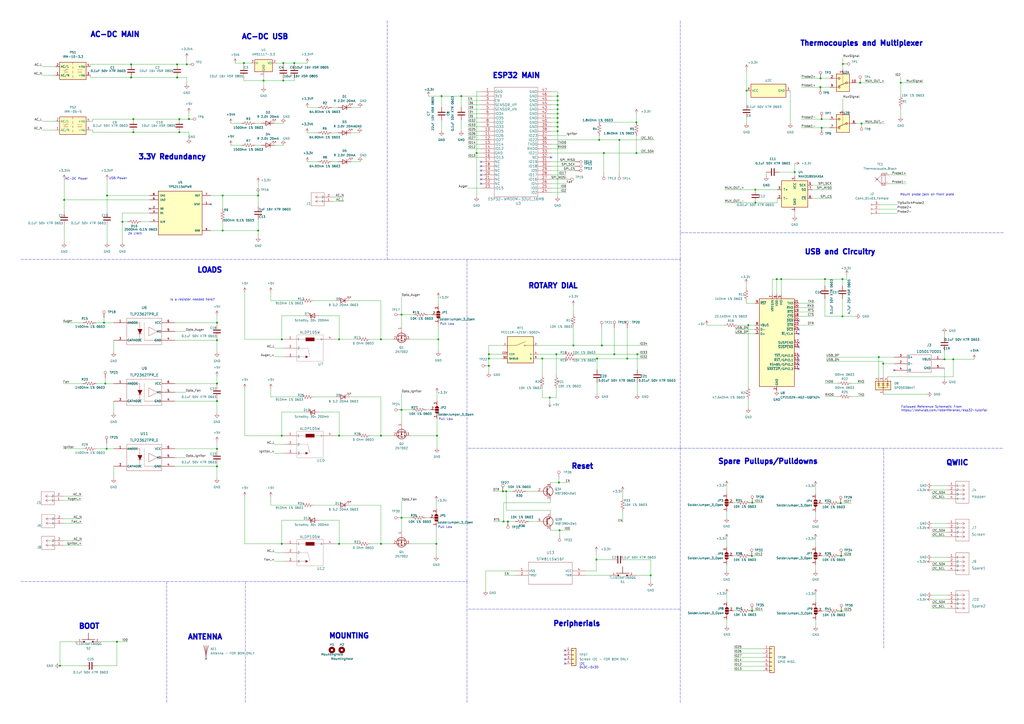
<source format=kicad_sch>
(kicad_sch (version 20211123) (generator eeschema)
  (paper "A2")
  (title_block (title "Smart Smoker Main") (date "2025-03-18") (rev "B"))
  (junction (at 359.283 81.153))
  (junction (at 323.469 63.373))
  (junction (at 369.697 205.486))
  (junction (at 253.111 315.468))
  (junction (at 476.631 74.168))
  (junction (at 61.849 260.35))
  (junction (at 109.601 69.088))
  (junction (at 220.98 252.73))
  (junction (at 283.591 208.026))
  (junction (at 324.231 279.908))
  (junction (at 356.362 205.486))
  (junction (at 70.993 128.651))
  (junction (at 323.469 68.453))
  (junction (at 478.536 161.925))
  (junction (at 332.613 200.406))
  (junction (at 488.696 161.925))
  (junction (at 149.733 133.731))
  (junction (at 76.073 37.338))
  (junction (at 164.338 46.736))
  (junction (at 347.599 81.153))
  (junction (at 450.596 161.925))
  (junction (at 163.449 315.468))
  (junction (at 220.98 315.468))
  (junction (at 232.918 237.744))
  (junction (at 498.983 48.006))
  (junction (at 509.778 207.137))
  (junction (at 276.479 88.773))
  (junction (at 102.743 44.958))
  (junction (at 475.869 50.546))
  (junction (at 125.857 187.198))
  (junction (at 34.798 386.207))
  (junction (at 363.855 208.026))
  (junction (at 323.469 73.533))
  (junction (at 152.908 46.736))
  (junction (at 104.013 76.708))
  (junction (at 461.01 99.822))
  (junction (at 475.996 45.466))
  (junction (at 499.745 71.628))
  (junction (at 283.591 212.217))
  (junction (at 77.343 76.708))
  (junction (at 170.688 36.576))
  (junction (at 314.579 208.026))
  (junction (at 254.254 196.85))
  (junction (at 125.857 222.504))
  (junction (at 324.612 307.594))
  (junction (at 512.318 210.947))
  (junction (at 438.15 117.602))
  (junction (at 77.343 69.088))
  (junction (at 76.073 44.958))
  (junction (at 104.013 69.088))
  (junction (at 220.98 196.85))
  (junction (at 256.159 55.753))
  (junction (at 488.95 37.084))
  (junction (at 552.958 208.407))
  (junction (at 322.707 205.486))
  (junction (at 476.631 69.088))
  (junction (at 488.696 183.515))
  (junction (at 164.338 36.576))
  (junction (at 196.723 315.468))
  (junction (at 438.15 109.982))
  (junction (at 547.878 208.407))
  (junction (at 267.589 55.753))
  (junction (at 163.449 196.85))
  (junction (at 323.469 60.833))
  (junction (at 253.492 252.73))
  (junction (at 346.329 208.026))
  (junction (at 149.733 113.411))
  (junction (at 141.478 36.576))
  (junction (at 232.918 300.355))
  (junction (at 369.189 88.773))
  (junction (at 108.331 37.338))
  (junction (at 369.189 70.993))
  (junction (at 436.245 354.33))
  (junction (at 453.136 161.925))
  (junction (at 323.469 58.293))
  (junction (at 487.934 322.453))
  (junction (at 488.061 354.457))
  (junction (at 67.818 372.237))
  (junction (at 102.743 37.338))
  (junction (at 345.948 324.612))
  (junction (at 283.591 205.486))
  (junction (at 434.086 188.595))
  (junction (at 433.07 52.578))
  (junction (at 37.211 115.951))
  (junction (at 125.857 232.664))
  (junction (at 350.266 88.773))
  (junction (at 323.469 65.913))
  (junction (at 323.469 76.073))
  (junction (at 62.103 113.411))
  (junction (at 196.723 196.85))
  (junction (at 60.325 187.198))
  (junction (at 323.469 70.993))
  (junction (at 292.1 302.514))
  (junction (at 436.118 322.453))
  (junction (at 125.857 197.358))
  (junction (at 291.719 284.988))
  (junction (at 61.087 222.504))
  (junction (at 349.123 200.406))
  (junction (at 318.897 230.632))
  (junction (at 232.918 182.499))
  (junction (at 129.159 113.411))
  (junction (at 436.372 291.592))
  (junction (at 294.64 302.514))
  (junction (at 293.624 284.988))
  (junction (at 522.478 48.006))
  (junction (at 163.449 252.73))
  (junction (at 196.723 252.73))
  (junction (at 323.469 55.753))
  (junction (at 487.68 291.846))
  (junction (at 377.444 333.756))
  (junction (at 125.857 260.35))
  (junction (at 129.159 133.731))
  (junction (at 125.857 270.51))
  (no_connect (at 463.296 193.675))
  (no_connect (at 327.787 379.857))
  (no_connect (at 319.659 91.313))
  (no_connect (at 279.019 106.553))
  (no_connect (at 279.019 104.013))
  (no_connect (at 86.741 121.031))
  (no_connect (at 463.296 201.295))
  (no_connect (at 279.019 93.853))
  (no_connect (at 119.507 382.143))
  (no_connect (at 463.296 198.755))
  (no_connect (at 463.296 213.995))
  (no_connect (at 279.019 96.393))
  (no_connect (at 122.301 118.491))
  (no_connect (at 327.787 377.317))
  (no_connect (at 279.019 98.933))
  (no_connect (at 327.787 384.937))
  (no_connect (at 463.296 186.055))
  (no_connect (at 327.787 382.397))
  (no_connect (at 518.668 214.757))
  (no_connect (at 463.296 206.375))
  (no_connect (at 279.019 101.473))
  (no_connect (at 463.296 191.135))
  (no_connect (at 463.296 208.915))
  (no_connect (at 463.296 211.455))
  (wire (pts (xy 70.993 123.571) (xy 70.993 128.651)))
  (wire (pts (xy 476.885 322.453) (xy 479.298 322.453)))
  (wire (pts (xy 319.659 60.833) (xy 323.469 60.833)))
  (wire (pts (xy 450.596 161.925) (xy 453.136 161.925)))
  (wire (pts (xy 319.278 290.068) (xy 319.278 291.592)))
  (wire (pts (xy 478.536 183.515) (xy 478.536 173.355)))
  (wire (pts (xy 253.492 252.73) (xy 253.492 259.842)))
  (wire (pts (xy 159.385 257.81) (xy 164.592 257.81)))
  (wire (pts (xy 232.918 182.499) (xy 240.284 182.499)))
  (wire (pts (xy 61.849 257.048) (xy 61.849 260.35)))
  (wire (pts (xy 540.385 311.277) (xy 549.402 311.277)))
  (wire (pts (xy 271.399 78.613) (xy 279.019 78.613)))
  (wire (pts (xy 152.908 44.196) (xy 152.908 46.736)))
  (wire (pts (xy 448.056 161.925) (xy 450.596 161.925)))
  (wire (pts (xy 247.904 182.499) (xy 250.444 182.499)))
  (wire (pts (xy 202.692 292.989) (xy 220.98 292.989)))
  (wire (pts (xy 323.469 76.073) (xy 323.469 114.173)))
  (wire (pts (xy 448.056 170.815) (xy 448.056 161.925)))
  (wire (pts (xy 522.478 48.006) (xy 522.478 44.45)))
  (wire (pts (xy 163.449 183.134) (xy 163.449 196.85)))
  (wire (pts (xy 220.98 292.989) (xy 220.98 315.468)))
  (wire (pts (xy 425.323 322.453) (xy 427.736 322.453)))
  (wire (pts (xy 125.857 269.24) (xy 125.857 270.51)))
  (wire (pts (xy 60.325 184.277) (xy 60.325 187.198)))
  (wire (pts (xy 540.512 308.737) (xy 549.402 308.737)))
  (wire (pts (xy 359.283 81.153) (xy 379.349 81.153)))
  (wire (pts (xy 292.1 291.592) (xy 292.1 302.514)))
  (wire (pts (xy 122.301 133.731) (xy 129.159 133.731)))
  (wire (pts (xy 101.473 227.584) (xy 107.696 227.584)))
  (wire (pts (xy 345.948 324.612) (xy 355.346 324.612)))
  (wire (pts (xy 319.659 104.013) (xy 328.549 104.013)))
  (wire (pts (xy 478.536 229.997) (xy 486.156 229.997)))
  (wire (pts (xy 271.399 63.373) (xy 279.019 63.373)))
  (wire (pts (xy 475.869 50.546) (xy 464.82 50.546)))
  (wire (pts (xy 220.98 196.85) (xy 227.838 196.85)))
  (polyline (pts (xy 394.589 353.314) (xy 270.891 353.314)))
  (wire (pts (xy 129.159 113.411) (xy 149.733 113.411)))
  (wire (pts (xy 464.82 69.088) (xy 476.631 69.088)))
  (wire (pts (xy 271.399 68.453) (xy 279.019 68.453)))
  (wire (pts (xy 349.123 190.373) (xy 349.123 200.406)))
  (polyline (pts (xy 270.891 150.495) (xy 270.891 337.312)))
  (wire (pts (xy 271.399 76.073) (xy 279.019 76.073)))
  (wire (pts (xy 314.579 208.026) (xy 314.579 217.678)))
  (wire (pts (xy 125.857 222.504) (xy 125.857 223.774)))
  (wire (pts (xy 291.719 200.406) (xy 283.591 200.406)))
  (wire (pts (xy 473.202 344.424) (xy 473.202 349.377)))
  (wire (pts (xy 291.719 205.486) (xy 283.591 205.486)))
  (wire (pts (xy 232.918 172.085) (xy 232.918 182.499)))
  (wire (pts (xy 256.159 69.723) (xy 256.159 76.073)))
  (wire (pts (xy 203.708 62.357) (xy 208.915 62.357)))
  (wire (pts (xy 24.511 43.688) (xy 32.131 43.688)))
  (wire (pts (xy 108.331 33.528) (xy 108.331 37.338)))
  (wire (pts (xy 53.721 75.438) (xy 52.451 75.438)))
  (wire (pts (xy 426.466 191.135) (xy 437.896 191.135)))
  (wire (pts (xy 36.576 260.35) (xy 48.133 260.35)))
  (wire (pts (xy 306.578 302.514) (xy 311.658 302.514)))
  (wire (pts (xy 220.98 252.73) (xy 227.838 252.73)))
  (wire (pts (xy 164.338 45.466) (xy 164.338 46.736)))
  (wire (pts (xy 271.399 83.693) (xy 279.019 83.693)))
  (wire (pts (xy 298.958 331.216) (xy 281.686 331.216)))
  (wire (pts (xy 347.599 70.993) (xy 369.189 70.993)))
  (wire (pts (xy 164.338 36.576) (xy 164.338 37.846)))
  (wire (pts (xy 152.908 46.736) (xy 152.908 50.546)))
  (wire (pts (xy 473.075 281.813) (xy 473.075 286.766)))
  (wire (pts (xy 294.64 302.514) (xy 298.958 302.514)))
  (wire (pts (xy 253.111 305.435) (xy 253.111 315.468)))
  (wire (pts (xy 267.589 55.753) (xy 279.019 55.753)))
  (wire (pts (xy 426.466 193.675) (xy 437.896 193.675)))
  (wire (pts (xy 359.283 81.153) (xy 359.283 100.33)))
  (wire (pts (xy 487.934 322.453) (xy 493.903 322.453)))
  (wire (pts (xy 203.581 77.089) (xy 208.661 77.089)))
  (wire (pts (xy 293.624 295.91) (xy 293.624 284.988)))
  (wire (pts (xy 458.47 52.578) (xy 458.47 71.628)))
  (wire (pts (xy 377.444 324.612) (xy 377.444 333.756)))
  (wire (pts (xy 319.659 65.913) (xy 323.469 65.913)))
  (wire (pts (xy 339.598 333.756) (xy 353.568 333.756)))
  (wire (pts (xy 181.991 174.371) (xy 195.072 174.371)))
  (wire (pts (xy 324.231 279.908) (xy 330.708 279.908)))
  (wire (pts (xy 362.966 324.612) (xy 377.444 324.612)))
  (wire (pts (xy 486.918 291.846) (xy 487.68 291.846)))
  (wire (pts (xy 319.659 68.453) (xy 323.469 68.453)))
  (wire (pts (xy 157.099 230.251) (xy 174.371 230.251)))
  (wire (pts (xy 149.733 105.791) (xy 149.733 113.411)))
  (wire (pts (xy 427.736 188.595) (xy 434.086 188.595)))
  (wire (pts (xy 283.591 208.026) (xy 283.591 212.217)))
  (wire (pts (xy 488.95 33.528) (xy 488.95 37.084)))
  (wire (pts (xy 129.159 133.731) (xy 149.733 133.731)))
  (wire (pts (xy 247.142 237.744) (xy 249.682 237.744)))
  (wire (pts (xy 319.659 53.213) (xy 323.469 53.213)))
  (wire (pts (xy 37.211 115.951) (xy 86.741 115.951)))
  (wire (pts (xy 237.998 196.85) (xy 254.254 196.85)))
  (wire (pts (xy 170.688 36.576) (xy 170.688 37.846)))
  (wire (pts (xy 52.451 37.338) (xy 52.451 38.608)))
  (wire (pts (xy 509.778 207.137) (xy 518.668 207.137)))
  (wire (pts (xy 334.137 205.486) (xy 356.362 205.486)))
  (wire (pts (xy 319.278 297.434) (xy 319.278 295.91)))
  (wire (pts (xy 271.399 109.093) (xy 279.019 109.093)))
  (wire (pts (xy 361.188 284.988) (xy 361.188 289.052)))
  (polyline (pts (xy 582.041 135.001) (xy 394.589 135.001)))
  (wire (pts (xy 291.719 208.026) (xy 283.591 208.026)))
  (wire (pts (xy 476.885 291.846) (xy 479.298 291.846)))
  (wire (pts (xy 319.659 78.613) (xy 328.549 78.613)))
  (wire (pts (xy 62.103 104.013) (xy 62.103 113.411)))
  (wire (pts (xy 76.073 44.958) (xy 102.743 44.958)))
  (wire (pts (xy 141.986 196.85) (xy 163.449 196.85)))
  (wire (pts (xy 421.513 312.42) (xy 421.513 317.373)))
  (wire (pts (xy 369.697 221.996) (xy 369.697 228.854)))
  (wire (pts (xy 271.399 58.293) (xy 279.019 58.293)))
  (wire (pts (xy 298.958 333.756) (xy 292.608 333.756)))
  (wire (pts (xy 450.596 161.925) (xy 450.596 170.815)))
  (wire (pts (xy 312.039 208.026) (xy 314.579 208.026)))
  (wire (pts (xy 53.721 70.358) (xy 52.451 70.358)))
  (wire (pts (xy 323.469 55.753) (xy 323.469 58.293)))
  (wire (pts (xy 420.37 109.982) (xy 438.15 109.982)))
  (wire (pts (xy 152.908 46.736) (xy 164.338 46.736)))
  (wire (pts (xy 196.723 196.85) (xy 207.137 196.85)))
  (wire (pts (xy 461.01 122.682) (xy 461.01 125.222)))
  (wire (pts (xy 246.761 300.355) (xy 249.301 300.355)))
  (wire (pts (xy 522.478 55.118) (xy 522.478 48.006)))
  (wire (pts (xy 125.857 270.51) (xy 125.857 277.495)))
  (polyline (pts (xy 224.663 150.495) (xy 394.589 150.495)))
  (wire (pts (xy 177.546 301.752) (xy 163.449 301.752)))
  (wire (pts (xy 540.385 352.806) (xy 549.402 352.806)))
  (wire (pts (xy 140.208 71.501) (xy 133.858 71.501)))
  (wire (pts (xy 323.469 58.293) (xy 323.469 60.833)))
  (wire (pts (xy 192.151 77.089) (xy 195.961 77.089)))
  (wire (pts (xy 549.402 284.226) (xy 540.512 284.226)))
  (wire (pts (xy 421.64 344.297) (xy 421.64 349.25)))
  (wire (pts (xy 125.857 260.35) (xy 125.857 261.62)))
  (polyline (pts (xy 394.589 150.495) (xy 394.589 259.969)))
  (wire (pts (xy 522.478 67.818) (xy 522.478 62.738)))
  (wire (pts (xy 77.343 76.708) (xy 104.013 76.708)))
  (wire (pts (xy 60.325 187.198) (xy 65.913 187.198)))
  (wire (pts (xy 369.697 205.486) (xy 369.697 214.376)))
  (wire (pts (xy 347.599 78.613) (xy 347.599 81.153)))
  (wire (pts (xy 232.918 237.744) (xy 232.918 245.11)))
  (wire (pts (xy 65.913 270.51) (xy 65.913 277.495)))
  (wire (pts (xy 520.446 123.825) (xy 510.286 123.825)))
  (wire (pts (xy 24.511 75.438) (xy 32.131 75.438)))
  (wire (pts (xy 202.692 230.251) (xy 220.98 230.251)))
  (wire (pts (xy 62.103 113.411) (xy 86.741 113.411)))
  (wire (pts (xy 34.798 386.207) (xy 48.768 386.207)))
  (wire (pts (xy 324.231 277.241) (xy 324.231 279.908)))
  (wire (pts (xy 369.189 78.613) (xy 369.189 88.773)))
  (wire (pts (xy 463.296 178.435) (xy 472.186 178.435)))
  (wire (pts (xy 164.338 36.576) (xy 170.688 36.576)))
  (wire (pts (xy 36.83 303.53) (xy 47.498 303.53)))
  (wire (pts (xy 281.686 331.216) (xy 281.686 342.646)))
  (wire (pts (xy 220.98 230.251) (xy 220.98 252.73)))
  (wire (pts (xy 487.68 291.846) (xy 493.903 291.846)))
  (wire (pts (xy 254.254 196.85) (xy 254.254 203.962)))
  (wire (pts (xy 62.103 113.411) (xy 62.103 123.063)))
  (wire (pts (xy 61.087 219.456) (xy 61.087 222.504)))
  (wire (pts (xy 271.399 70.993) (xy 279.019 70.993)))
  (wire (pts (xy 163.449 196.85) (xy 164.592 196.85)))
  (wire (pts (xy 319.659 93.853) (xy 333.629 93.853)))
  (wire (pts (xy 478.536 222.377) (xy 486.156 222.377)))
  (wire (pts (xy 520.446 118.745) (xy 510.286 118.745)))
  (wire (pts (xy 332.613 177.038) (xy 332.613 182.118)))
  (wire (pts (xy 232.918 290.703) (xy 232.918 300.355)))
  (wire (pts (xy 478.536 161.925) (xy 488.696 161.925)))
  (wire (pts (xy 420.37 117.602) (xy 438.15 117.602)))
  (wire (pts (xy 332.613 189.738) (xy 332.613 200.406)))
  (wire (pts (xy 409.956 188.595) (xy 420.116 188.595)))
  (wire (pts (xy 493.776 229.997) (xy 501.396 229.997)))
  (wire (pts (xy 81.661 128.651) (xy 86.741 128.651)))
  (wire (pts (xy 314.579 208.026) (xy 326.517 208.026)))
  (wire (pts (xy 540.512 303.657) (xy 549.402 303.657)))
  (wire (pts (xy 319.659 83.693) (xy 328.549 83.693)))
  (wire (pts (xy 322.707 205.486) (xy 326.517 205.486)))
  (wire (pts (xy 65.913 197.358) (xy 65.913 204.343)))
  (wire (pts (xy 37.211 104.013) (xy 37.211 115.951)))
  (wire (pts (xy 425.704 383.921) (xy 442.722 383.921)))
  (wire (pts (xy 129.159 113.411) (xy 129.159 121.031)))
  (wire (pts (xy 267.589 55.753) (xy 267.589 62.103)))
  (wire (pts (xy 540.385 289.306) (xy 549.402 289.306)))
  (wire (pts (xy 149.733 127.381) (xy 149.733 133.731)))
  (wire (pts (xy 425.45 354.33) (xy 427.863 354.33)))
  (wire (pts (xy 237.998 252.73) (xy 253.492 252.73)))
  (wire (pts (xy 314.579 225.298) (xy 314.579 230.632)))
  (wire (pts (xy 283.591 205.486) (xy 283.591 208.026)))
  (wire (pts (xy 67.818 372.237) (xy 74.168 372.237)))
  (wire (pts (xy 76.073 37.338) (xy 52.451 37.338)))
  (wire (pts (xy 163.449 301.752) (xy 163.449 315.468)))
  (wire (pts (xy 199.517 116.84) (xy 193.167 116.84)))
  (wire (pts (xy 491.236 159.385) (xy 491.236 161.925)))
  (wire (pts (xy 271.399 73.533) (xy 279.019 73.533)))
  (wire (pts (xy 433.07 52.578) (xy 433.07 60.706)))
  (wire (pts (xy 438.15 109.982) (xy 450.85 109.982)))
  (wire (pts (xy 24.511 38.608) (xy 32.131 38.608)))
  (wire (pts (xy 232.918 227.965) (xy 232.918 237.744)))
  (wire (pts (xy 159.258 84.201) (xy 164.338 84.201)))
  (wire (pts (xy 319.659 101.473) (xy 328.549 101.473)))
  (wire (pts (xy 101.473 270.51) (xy 125.857 270.51)))
  (wire (pts (xy 202.692 174.371) (xy 220.98 174.371)))
  (wire (pts (xy 433.07 40.132) (xy 433.07 52.578)))
  (wire (pts (xy 463.296 180.975) (xy 472.186 180.975)))
  (wire (pts (xy 62.103 130.683) (xy 62.103 140.843)))
  (wire (pts (xy 195.072 315.468) (xy 196.723 315.468)))
  (wire (pts (xy 55.753 260.35) (xy 61.849 260.35)))
  (wire (pts (xy 425.704 381.381) (xy 442.722 381.381)))
  (wire (pts (xy 248.539 55.753) (xy 256.159 55.753)))
  (wire (pts (xy 319.659 63.373) (xy 323.469 63.373)))
  (wire (pts (xy 271.399 81.153) (xy 279.019 81.153)))
  (wire (pts (xy 473.075 312.42) (xy 473.075 317.373)))
  (wire (pts (xy 37.211 115.951) (xy 37.211 123.063)))
  (wire (pts (xy 185.166 301.752) (xy 196.723 301.752)))
  (wire (pts (xy 170.688 36.576) (xy 178.308 36.576)))
  (wire (pts (xy 319.659 55.753) (xy 323.469 55.753)))
  (wire (pts (xy 291.719 284.988) (xy 293.624 284.988)))
  (wire (pts (xy 141.986 169.418) (xy 141.986 196.85)))
  (wire (pts (xy 109.601 76.708) (xy 109.601 80.518)))
  (wire (pts (xy 434.086 188.595) (xy 434.086 224.155)))
  (wire (pts (xy 488.061 354.457) (xy 494.03 354.457)))
  (wire (pts (xy 461.01 99.822) (xy 461.01 102.362)))
  (wire (pts (xy 346.329 208.026) (xy 363.855 208.026)))
  (wire (pts (xy 425.704 376.301) (xy 442.722 376.301)))
  (wire (pts (xy 55.753 222.504) (xy 61.087 222.504)))
  (wire (pts (xy 159.258 262.89) (xy 164.592 262.89)))
  (wire (pts (xy 196.723 196.85) (xy 196.723 183.134)))
  (wire (pts (xy 283.591 212.217) (xy 283.591 216.154)))
  (wire (pts (xy 432.816 175.895) (xy 432.816 174.625)))
  (wire (pts (xy 276.479 53.213) (xy 276.479 88.773)))
  (wire (pts (xy 254.254 187.579) (xy 254.254 196.85)))
  (polyline (pts (xy 394.589 259.969) (xy 270.891 259.969)))
  (wire (pts (xy 453.136 161.925) (xy 453.136 170.815)))
  (wire (pts (xy 540.512 345.186) (xy 549.402 345.186)))
  (wire (pts (xy 473.202 363.347) (xy 473.202 359.537)))
  (wire (pts (xy 163.449 252.73) (xy 164.592 252.73)))
  (wire (pts (xy 452.12 99.822) (xy 461.01 99.822)))
  (wire (pts (xy 159.385 201.93) (xy 164.592 201.93)))
  (wire (pts (xy 192.278 62.357) (xy 196.088 62.357)))
  (wire (pts (xy 104.013 69.088) (xy 109.601 69.088)))
  (wire (pts (xy 67.818 372.237) (xy 58.928 372.237)))
  (wire (pts (xy 53.721 76.708) (xy 53.721 75.438)))
  (wire (pts (xy 163.449 315.468) (xy 164.592 315.468)))
  (wire (pts (xy 496.57 48.006) (xy 498.983 48.006)))
  (wire (pts (xy 163.449 239.014) (xy 163.449 252.73)))
  (wire (pts (xy 122.301 113.411) (xy 129.159 113.411)))
  (wire (pts (xy 471.17 109.982) (xy 482.6 109.982)))
  (wire (pts (xy 323.469 63.373) (xy 323.469 65.913)))
  (wire (pts (xy 463.296 183.515) (xy 472.186 183.515)))
  (wire (pts (xy 271.399 65.913) (xy 279.019 65.913)))
  (wire (pts (xy 70.993 128.651) (xy 70.993 140.843)))
  (wire (pts (xy 361.188 296.672) (xy 361.188 303.022)))
  (wire (pts (xy 102.743 37.338) (xy 108.331 37.338)))
  (wire (pts (xy 463.296 188.595) (xy 472.186 188.595)))
  (wire (pts (xy 164.338 46.736) (xy 170.688 46.736)))
  (wire (pts (xy 129.159 128.651) (xy 129.159 133.731)))
  (wire (pts (xy 493.776 222.377) (xy 501.396 222.377)))
  (wire (pts (xy 170.688 45.466) (xy 170.688 46.736)))
  (wire (pts (xy 323.469 65.913) (xy 323.469 68.453)))
  (wire (pts (xy 196.723 315.468) (xy 207.137 315.468)))
  (wire (pts (xy 184.658 93.853) (xy 178.308 93.853)))
  (wire (pts (xy 488.696 161.925) (xy 491.236 161.925)))
  (polyline (pts (xy 394.589 12.065) (xy 394.589 135.001)))
  (wire (pts (xy 319.278 279.908) (xy 324.231 279.908)))
  (wire (pts (xy 435.483 354.33) (xy 436.245 354.33)))
  (wire (pts (xy 350.266 88.773) (xy 369.189 88.773)))
  (polyline (pts (xy 12.065 337.312) (xy 270.891 337.312)))
  (wire (pts (xy 276.479 53.213) (xy 279.019 53.213)))
  (wire (pts (xy 339.598 331.216) (xy 345.948 331.216)))
  (wire (pts (xy 346.329 208.026) (xy 346.329 214.376)))
  (wire (pts (xy 125.857 218.186) (xy 125.857 222.504)))
  (polyline (pts (xy 270.891 337.312) (xy 270.891 407.924)))
  (wire (pts (xy 547.878 203.327) (xy 547.878 208.407)))
  (wire (pts (xy 70.993 123.571) (xy 86.741 123.571)))
  (wire (pts (xy 305.054 284.988) (xy 311.658 284.988)))
  (wire (pts (xy 196.723 252.73) (xy 207.137 252.73)))
  (wire (pts (xy 425.704 386.461) (xy 442.722 386.461)))
  (wire (pts (xy 540.512 281.686) (xy 549.402 281.686)))
  (wire (pts (xy 522.478 48.006) (xy 535.432 48.006)))
  (wire (pts (xy 101.473 192.278) (xy 107.696 192.278)))
  (wire (pts (xy 147.828 84.201) (xy 151.638 84.201)))
  (wire (pts (xy 253.492 242.824) (xy 253.492 252.73)))
  (wire (pts (xy 286.004 284.988) (xy 291.719 284.988)))
  (wire (pts (xy 253.492 227.711) (xy 253.492 232.664)))
  (wire (pts (xy 141.986 288.036) (xy 141.986 315.468)))
  (wire (pts (xy 349.123 200.406) (xy 375.539 200.406)))
  (polyline (pts (xy 224.663 11.938) (xy 224.663 150.495)))
  (wire (pts (xy 220.98 174.371) (xy 220.98 196.85)))
  (wire (pts (xy 319.659 96.393) (xy 333.629 96.393)))
  (wire (pts (xy 196.723 252.73) (xy 196.723 239.014)))
  (wire (pts (xy 319.278 307.594) (xy 324.612 307.594)))
  (polyline (pts (xy 512.572 259.969) (xy 512.572 375.92)))
  (wire (pts (xy 177.546 239.014) (xy 163.449 239.014)))
  (wire (pts (xy 157.099 292.989) (xy 174.371 292.989)))
  (wire (pts (xy 254.254 172.466) (xy 254.254 177.419)))
  (wire (pts (xy 356.362 190.246) (xy 356.362 205.486)))
  (wire (pts (xy 549.402 306.197) (xy 540.512 306.197)))
  (wire (pts (xy 253.111 315.468) (xy 237.998 315.468)))
  (wire (pts (xy 319.659 81.153) (xy 347.599 81.153)))
  (wire (pts (xy 159.385 320.548) (xy 164.592 320.548)))
  (wire (pts (xy 322.707 230.632) (xy 318.897 230.632)))
  (wire (pts (xy 498.983 48.006) (xy 513.08 48.006)))
  (wire (pts (xy 36.576 287.782) (xy 47.244 287.782)))
  (wire (pts (xy 276.479 88.773) (xy 279.019 88.773)))
  (wire (pts (xy 36.83 300.99) (xy 47.498 300.99)))
  (wire (pts (xy 444.5 99.822) (xy 444.5 102.362)))
  (wire (pts (xy 540.512 286.766) (xy 549.402 286.766)))
  (wire (pts (xy 488.95 37.084) (xy 488.95 40.386)))
  (wire (pts (xy 147.828 71.501) (xy 151.638 71.501)))
  (wire (pts (xy 192.278 93.853) (xy 196.088 93.853)))
  (wire (pts (xy 292.1 302.514) (xy 294.64 302.514)))
  (wire (pts (xy 159.258 207.01) (xy 164.592 207.01)))
  (wire (pts (xy 421.513 331.343) (xy 421.513 327.533)))
  (wire (pts (xy 477.012 354.457) (xy 479.425 354.457)))
  (wire (pts (xy 36.83 313.69) (xy 47.498 313.69)))
  (wire (pts (xy 345.948 324.612) (xy 345.948 331.216)))
  (wire (pts (xy 322.707 205.486) (xy 322.707 217.678)))
  (wire (pts (xy 293.624 295.91) (xy 319.278 295.91)))
  (wire (pts (xy 476.631 74.168) (xy 481.33 74.168)))
  (wire (pts (xy 512.318 228.727) (xy 537.718 228.727)))
  (wire (pts (xy 37.211 130.683) (xy 37.211 140.843)))
  (wire (pts (xy 323.469 73.533) (xy 323.469 76.073)))
  (wire (pts (xy 253.111 290.322) (xy 253.111 295.275)))
  (wire (pts (xy 141.478 36.576) (xy 141.478 37.846)))
  (wire (pts (xy 499.745 71.628) (xy 496.57 71.628)))
  (wire (pts (xy 67.818 372.237) (xy 67.818 386.207)))
  (wire (pts (xy 347.599 81.153) (xy 359.283 81.153)))
  (wire (pts (xy 319.659 106.553) (xy 328.549 106.553)))
  (wire (pts (xy 547.878 213.487) (xy 547.878 220.345)))
  (wire (pts (xy 369.189 88.773) (xy 379.349 88.773)))
  (wire (pts (xy 363.855 208.026) (xy 375.539 208.026)))
  (wire (pts (xy 220.98 196.85) (xy 214.757 196.85)))
  (wire (pts (xy 108.331 44.958) (xy 108.331 48.768)))
  (wire (pts (xy 24.511 70.358) (xy 32.131 70.358)))
  (wire (pts (xy 323.469 53.213) (xy 323.469 55.753)))
  (wire (pts (xy 184.531 77.089) (xy 178.181 77.089)))
  (wire (pts (xy 319.659 88.773) (xy 350.266 88.773)))
  (wire (pts (xy 473.075 300.736) (xy 473.075 296.926)))
  (wire (pts (xy 356.362 205.486) (xy 369.697 205.486)))
  (wire (pts (xy 256.159 55.753) (xy 256.159 62.103)))
  (wire (pts (xy 184.658 62.357) (xy 178.308 62.357)))
  (wire (pts (xy 312.039 205.486) (xy 322.707 205.486)))
  (wire (pts (xy 220.98 315.468) (xy 227.838 315.468)))
  (wire (pts (xy 421.64 363.22) (xy 421.64 359.41)))
  (wire (pts (xy 283.591 200.406) (xy 283.591 205.486)))
  (wire (pts (xy 425.704 389.001) (xy 442.722 389.001)))
  (wire (pts (xy 101.473 232.664) (xy 125.857 232.664)))
  (wire (pts (xy 104.013 69.088) (xy 77.343 69.088)))
  (wire (pts (xy 323.469 68.453) (xy 323.469 70.993)))
  (wire (pts (xy 514.858 218.567) (xy 552.958 218.567)))
  (wire (pts (xy 540.512 350.266) (xy 549.402 350.266)))
  (wire (pts (xy 509.778 207.137) (xy 509.778 218.567)))
  (wire (pts (xy 319.659 86.233) (xy 328.549 86.233)))
  (polyline (pts (xy 96.774 337.312) (xy 96.774 407.924)))
  (wire (pts (xy 547.878 208.407) (xy 552.958 208.407)))
  (wire (pts (xy 157.099 169.418) (xy 157.099 174.371)))
  (wire (pts (xy 369.189 65.913) (xy 369.189 70.993)))
  (wire (pts (xy 463.296 175.895) (xy 472.186 175.895)))
  (wire (pts (xy 145.288 36.576) (xy 141.478 36.576)))
  (wire (pts (xy 77.343 69.088) (xy 53.721 69.088)))
  (wire (pts (xy 433.07 68.326) (xy 433.07 71.628)))
  (wire (pts (xy 61.087 222.504) (xy 65.913 222.504)))
  (polyline (pts (xy 12.065 150.495) (xy 224.663 150.495)))
  (wire (pts (xy 332.613 200.406) (xy 349.123 200.406)))
  (polyline (pts (xy 142.367 337.312) (xy 142.367 408.051)))
  (wire (pts (xy 319.659 98.933) (xy 333.629 98.933)))
  (wire (pts (xy 436.118 322.453) (xy 442.341 322.453)))
  (wire (pts (xy 434.086 231.775) (xy 434.086 236.855)))
  (wire (pts (xy 552.958 218.567) (xy 552.958 208.407)))
  (wire (pts (xy 125.857 231.394) (xy 125.857 232.664)))
  (polyline (pts (xy 394.589 150.495) (xy 394.589 134.747)))
  (wire (pts (xy 520.446 121.285) (xy 510.286 121.285)))
  (wire (pts (xy 292.1 291.592) (xy 319.278 291.592)))
  (wire (pts (xy 140.208 84.201) (xy 133.858 84.201)))
  (wire (pts (xy 324.612 307.594) (xy 330.708 307.594)))
  (wire (pts (xy 488.696 161.925) (xy 488.696 165.735)))
  (wire (pts (xy 464.82 74.168) (xy 476.631 74.168)))
  (wire (pts (xy 547.878 193.167) (xy 547.878 195.707)))
  (wire (pts (xy 488.696 173.355) (xy 488.696 183.515)))
  (wire (pts (xy 525.78 101.473) (xy 515.62 101.473)))
  (wire (pts (xy 101.473 260.35) (xy 125.857 260.35)))
  (wire (pts (xy 286.258 302.514) (xy 292.1 302.514)))
  (wire (pts (xy 36.576 222.504) (xy 48.133 222.504)))
  (wire (pts (xy 101.473 187.198) (xy 125.857 187.198)))
  (wire (pts (xy 435.356 322.453) (xy 436.118 322.453)))
  (wire (pts (xy 177.546 183.134) (xy 163.449 183.134)))
  (wire (pts (xy 350.266 88.773) (xy 350.266 100.203)))
  (wire (pts (xy 125.857 182.88) (xy 125.857 187.198)))
  (wire (pts (xy 149.733 133.731) (xy 149.733 137.541)))
  (wire (pts (xy 141.478 36.576) (xy 136.398 36.576)))
  (wire (pts (xy 436.245 354.33) (xy 442.468 354.33)))
  (wire (pts (xy 540.512 323.215) (xy 549.402 323.215)))
  (wire (pts (xy 55.753 187.198) (xy 60.325 187.198)))
  (wire (pts (xy 319.659 76.073) (xy 323.469 76.073)))
  (wire (pts (xy 549.402 347.726) (xy 540.512 347.726)))
  (wire (pts (xy 141.986 315.468) (xy 163.449 315.468)))
  (wire (pts (xy 481.33 50.546) (xy 475.869 50.546)))
  (wire (pts (xy 421.513 281.559) (xy 421.513 286.512)))
  (wire (pts (xy 157.099 174.371) (xy 174.371 174.371)))
  (wire (pts (xy 271.399 86.233) (xy 279.019 86.233)))
  (polyline (pts (xy 394.589 259.969) (xy 394.589 353.314)))
  (wire (pts (xy 323.469 70.993) (xy 323.469 73.533)))
  (wire (pts (xy 437.896 175.895) (xy 432.816 175.895)))
  (wire (pts (xy 125.857 256.032) (xy 125.857 260.35)))
  (wire (pts (xy 512.318 209.677) (xy 512.318 210.947)))
  (wire (pts (xy 549.402 325.755) (xy 540.512 325.755)))
  (wire (pts (xy 319.659 58.293) (xy 323.469 58.293)))
  (wire (pts (xy 346.329 221.996) (xy 346.329 228.854)))
  (wire (pts (xy 276.479 88.773) (xy 276.479 114.173)))
  (wire (pts (xy 53.721 69.088) (xy 53.721 70.358)))
  (wire (pts (xy 435.356 291.592) (xy 436.372 291.592)))
  (wire (pts (xy 185.166 239.014) (xy 196.723 239.014)))
  (wire (pts (xy 345.948 319.786) (xy 345.948 324.612)))
  (wire (pts (xy 478.536 161.925) (xy 478.536 165.735)))
  (wire (pts (xy 363.855 190.246) (xy 363.855 208.026)))
  (wire (pts (xy 101.473 197.358) (xy 125.857 197.358)))
  (wire (pts (xy 513.08 71.628) (xy 499.745 71.628)))
  (wire (pts (xy 319.659 70.993) (xy 323.469 70.993)))
  (wire (pts (xy 101.473 265.43) (xy 107.696 265.43)))
  (wire (pts (xy 436.372 291.592) (xy 442.341 291.592)))
  (wire (pts (xy 312.039 200.406) (xy 332.613 200.406)))
  (wire (pts (xy 159.258 71.501) (xy 164.338 71.501)))
  (wire (pts (xy 141.986 225.298) (xy 141.986 252.73)))
  (wire (pts (xy 318.897 230.632) (xy 318.897 233.426)))
  (wire (pts (xy 496.316 183.515) (xy 488.696 183.515)))
  (wire (pts (xy 319.659 73.533) (xy 323.469 73.533)))
  (wire (pts (xy 540.512 328.295) (xy 549.402 328.295)))
  (wire (pts (xy 512.318 210.947) (xy 512.318 218.567)))
  (wire (pts (xy 293.624 284.988) (xy 297.434 284.988)))
  (wire (pts (xy 101.473 222.504) (xy 125.857 222.504)))
  (wire (pts (xy 471.17 107.442) (xy 482.6 107.442)))
  (wire (pts (xy 160.528 36.576) (xy 164.338 36.576)))
  (wire (pts (xy 102.743 37.338) (xy 76.073 37.338)))
  (wire (pts (xy 540.385 330.835) (xy 549.402 330.835)))
  (wire (pts (xy 102.743 44.958) (xy 108.331 44.958)))
  (wire (pts (xy 36.83 316.23) (xy 47.498 316.23)))
  (wire (pts (xy 438.15 117.602) (xy 450.85 117.602)))
  (wire (pts (xy 203.708 93.853) (xy 208.915 93.853)))
  (wire (pts (xy 185.166 183.134) (xy 196.723 183.134)))
  (wire (pts (xy 232.918 300.355) (xy 239.141 300.355)))
  (wire (pts (xy 324.612 310.007) (xy 324.612 307.594)))
  (wire (pts (xy 453.136 161.925) (xy 478.536 161.925)))
  (wire (pts (xy 486.918 322.453) (xy 487.934 322.453)))
  (wire (pts (xy 181.991 230.251) (xy 195.072 230.251)))
  (wire (pts (xy 525.78 106.553) (xy 515.62 106.553)))
  (wire (pts (xy 196.723 315.468) (xy 196.723 301.752)))
  (polyline (pts (xy 394.589 353.314) (xy 394.589 407.924)))
  (wire (pts (xy 479.298 207.137) (xy 509.778 207.137)))
  (wire (pts (xy 152.908 46.736) (xy 141.478 46.736)))
  (wire (pts (xy 322.707 225.298) (xy 322.707 230.632)))
  (wire (pts (xy 377.444 333.756) (xy 368.808 333.756)))
  (wire (pts (xy 141.986 252.73) (xy 163.449 252.73)))
  (wire (pts (xy 125.857 197.358) (xy 125.857 204.343)))
  (wire (pts (xy 109.601 65.278) (xy 109.601 69.088)))
  (wire (pts (xy 473.075 331.343) (xy 473.075 327.533)))
  (wire (pts (xy 432.816 164.465) (xy 432.816 167.005)))
  (wire (pts (xy 450.85 115.062) (xy 450.85 117.602)))
  (wire (pts (xy 70.993 128.651) (xy 74.041 128.651)))
  (polyline (pts (xy 394.589 259.969) (xy 582.041 259.969)))
  (wire (pts (xy 476.631 69.088) (xy 481.33 69.088)))
  (wire (pts (xy 36.576 187.198) (xy 48.133 187.198)))
  (wire (pts (xy 220.98 252.73) (xy 214.757 252.73)))
  (wire (pts (xy 199.517 114.3) (xy 193.167 114.3)))
  (wire (pts (xy 125.857 196.088) (xy 125.857 197.358)))
  (wire (pts (xy 256.159 55.753) (xy 267.589 55.753)))
  (wire (pts (xy 36.576 290.322) (xy 47.244 290.322)))
  (wire (pts (xy 437.896 188.595) (xy 434.086 188.595)))
  (wire (pts (xy 125.857 187.198) (xy 125.857 188.468)))
  (wire (pts (xy 475.996 45.466) (xy 464.82 45.466)))
  (wire (pts (xy 232.918 300.355) (xy 232.918 307.848)))
  (wire (pts (xy 220.98 315.468) (xy 214.757 315.468)))
  (wire (pts (xy 125.857 232.664) (xy 125.857 239.649)))
  (wire (pts (xy 319.659 109.093) (xy 328.549 109.093)))
  (wire (pts (xy 141.478 46.736) (xy 141.478 45.466)))
  (wire (pts (xy 232.918 182.499) (xy 232.918 189.23)))
  (wire (pts (xy 195.072 252.73) (xy 196.723 252.73)))
  (wire (pts (xy 323.469 60.833) (xy 323.469 63.373)))
  (wire (pts (xy 34.798 372.237) (xy 43.688 372.237)))
  (wire (pts (xy 149.733 113.411) (xy 149.733 119.761)))
  (wire (pts (xy 481.33 45.466) (xy 475.996 45.466)))
  (wire (pts (xy 56.388 386.207) (xy 67.818 386.207)))
  (wire (pts (xy 65.913 232.664) (xy 65.913 239.649)))
  (wire (pts (xy 195.072 196.85) (xy 196.723 196.85)))
  (wire (pts (xy 471.17 115.062) (xy 482.6 115.062)))
  (wire (pts (xy 552.958 208.407) (xy 565.15 208.407)))
  (wire (pts (xy 314.579 230.632) (xy 318.897 230.632)))
  (wire (pts (xy 61.849 260.35) (xy 65.913 260.35)))
  (wire (pts (xy 334.137 208.026) (xy 346.329 208.026)))
  (wire (pts (xy 487.045 354.457) (xy 488.061 354.457)))
  (wire (pts (xy 267.589 69.723) (xy 267.589 76.073)))
  (wire (pts (xy 488.696 183.515) (xy 478.536 183.515)))
  (wire (pts (xy 34.798 372.237) (xy 34.798 386.207)))
  (wire (pts (xy 157.099 288.036) (xy 157.099 292.989)))
  (wire (pts (xy 52.451 44.958) (xy 76.073 44.958)))
  (wire (pts (xy 104.013 76.708) (xy 109.601 76.708)))
  (wire (pts (xy 253.111 322.58) (xy 253.111 315.468)))
  (wire (pts (xy 377.444 337.566) (xy 377.444 333.756)))
  (wire (pts (xy 181.991 292.989) (xy 195.072 292.989)))
  (wire (pts (xy 369.697 205.486) (xy 375.539 205.486)))
  (wire (pts (xy 157.099 225.298) (xy 157.099 230.251)))
  (wire (pts (xy 512.318 210.947) (xy 518.668 210.947)))
  (wire (pts (xy 425.323 291.592) (xy 427.736 291.592)))
  (wire (pts (xy 232.918 237.744) (xy 239.522 237.744)))
  (wire (pts (xy 271.399 91.313) (xy 279.019 91.313)))
  (wire (pts (xy 52.451 43.688) (xy 52.451 44.958)))
  (wire (pts (xy 271.399 60.833) (xy 279.019 60.833)))
  (wire (pts (xy 159.258 325.628) (xy 164.592 325.628)))
  (wire (pts (xy 425.704 378.841) (xy 442.722 378.841)))
  (wire (pts (xy 53.721 76.708) (xy 77.343 76.708)))
  (wire (pts (xy 421.513 300.482) (xy 421.513 296.672)))
  (wire (pts (xy 488.95 57.15) (xy 488.95 64.008)))
  (wire (pts (xy 319.659 111.633) (xy 328.549 111.633)))
  (wire (pts (xy 461.01 94.742) (xy 461.01 99.822)))
  (wire (pts (xy 479.298 209.677) (xy 512.318 209.677)))
  (text "Peripherials" (at 320.675 363.601 0) (effects (font (size 3 3) (thickness 1.016) bold) (justify left bottom)))
  (text "MOUNTING" (at 190.627 370.713 0) (effects (font (size 3 3) (thickness 1.016) bold) (justify left bottom)))
  (text "Reset" (at 331.216 272.288 0) (effects (font (size 3 3) (thickness 1.016) bold) (justify left bottom)))
  (text "2A Limit" (at 74.168 136.398 0) (effects (font (size 1.27 1.27)) (justify left bottom)))
  (text "Pull Low" (at 255.143 188.722 0) (effects (font (size 1.27 1.27)) (justify left bottom)))
  (text "AC-DC USB" (at 139.954 23.114 0) (effects (font (size 3 3) (thickness 1.016) bold) (justify left bottom)))
  (text "BOOT" (at 45.466 365.125 0) (effects (font (size 3 3) (thickness 1.016) bold) (justify left bottom)))
  (text "Pull Low" (at 254.381 243.967 0) (effects (font (size 1.27 1.27)) (justify left bottom)))
  (text "USB and Circuitry" (at 466.5218 147.955 0) (effects (font (size 3 3) (thickness 1.016) bold) (justify left bottom)))
  (text "USB Power" (at 63.119 104.267 0) (effects (font (size 1.27 1.27)) (justify left bottom)))
  (text "Is a resistor needed here?" (at 98.679 174.625 0) (effects (font (size 1.27 1.27)) (justify left bottom)))
  (text "LOADS" (at 114.173 158.496 0) (effects (font (size 3 3) (thickness 1.016) bold) (justify left bottom)))
  (text "I2C\n0x3C-0x3D" (at 336.0674 387.985 0) (effects (font (size 1.27 1.27)) (justify left bottom)))
  (text "Pull Low" (at 254 306.578 0) (effects (font (size 1.27 1.27)) (justify left bottom)))
  (text "Spare Pullups/Pulldowns" (at 416.306 269.494 0) (effects (font (size 3 3) (thickness 1.016) bold) (justify left bottom)))
  (text "Thermocouples and Multiplexer" (at 463.931 26.924 0) (effects (font (size 3 3) (thickness 1.016) bold) (justify left bottom)))
  (text "Mount probe jack on front plate\n" (at 522.1224 113.665 0) (effects (font (size 1.27 1.27)) (justify left bottom)))
  (text "Followed Reference Schematic From\nhttps://oshwlab.com/robertferanec/esp32-tutorial" (at 522.732 238.887 0) (effects (font (size 1.27 1.27)) (justify left bottom)))
  (text "QWIIC" (at 548.64 270.256 0) (effects (font (size 3 3) (thickness 1.016) bold) (justify left bottom)))
  (text "AC-DC Power\n" (at 37.719 104.521 0) (effects (font (size 1.27 1.27)) (justify left bottom)))
  (text "ANTENNA" (at 108.6866 371.348 0) (effects (font (size 3 3) (thickness 1.016) bold) (justify left bottom)))
  (text "ESP32 MAIN" (at 285.4706 45.6692 0) (effects (font (size 3 3) (thickness 1.016) bold) (justify left bottom)))
  (text "ROTARY DIAL" (at 306.197 167.64 0) (effects (font (size 3 3) (thickness 1.016) bold) (justify left bottom)))
  (text "3.3V Redundancy" (at 80.01 92.837 0) (effects (font (size 3 3) (thickness 1.016) bold) (justify left bottom)))
  (text "AC-DC MAIN" (at 52.197 21.844 0) (effects (font (size 3 3) (thickness 1.016) bold) (justify left bottom)))
  (label "IO12" (at 442.341 322.453 180))
  (label "Ignitor" (at 328.549 78.613 0))
  (label "Opto_Fan" (at 107.696 227.584 0))
  (label "Opto_Auger" (at 232.918 172.085 0))
  (label "SPI_MOSI" (at 328.549 104.013 180))
  (label "IO14" (at 271.399 83.693 0))
  (label "IO12" (at 425.704 386.461 0))
  (label "I2C_SDA" (at 540.512 286.766 0))
  (label "RXD0" (at 478.536 229.997 0))
  (label "IO12" (at 271.399 86.233 0))
  (label "RXD0" (at 328.549 86.233 180))
  (label "CTS" (at 472.186 183.515 180))
  (label "I2C_SDA" (at 540.512 350.266 0))
  (label "EN" (at 330.708 279.908 180))
  (label "SPI_MISO" (at 333.629 93.853 180))
  (label "IO2" (at 522.478 44.45 180))
  (label "IO32" (at 271.399 70.993 0))
  (label "TXD0" (at 478.536 222.377 0))
  (label "IO33" (at 271.399 73.533 0))
  (label "MuxSignal" (at 488.95 57.15 0))
  (label "USB_DN" (at 426.466 191.135 0))
  (label "TipSwitchProbe2" (at 520.446 118.745 0))
  (label "SPI_MISO" (at 482.6 109.982 180))
  (label "EN" (at 361.188 303.022 180))
  (label "MuxSignal" (at 535.432 48.006 180))
  (label "Probe2-" (at 520.446 123.825 0))
  (label "Auger_+" (at 159.258 207.01 180))
  (label "Fan" (at 36.576 222.504 0))
  (label "IO0" (at 330.708 307.594 180))
  (label "TXD" (at 501.396 229.997 180))
  (label "Opto_Fan" (at 232.918 290.703 0))
  (label "IO25" (at 271.399 76.073 0))
  (label "IO13" (at 425.704 389.001 0))
  (label "AC_N" (at 24.511 75.438 180))
  (label "Ignitor_+" (at 47.498 316.23 180))
  (label "I2C_SDA" (at 540.512 308.737 0))
  (label "I34" (at 271.399 65.913 0))
  (label "AC_L" (at 159.385 201.93 180))
  (label "IO27" (at 493.903 291.846 180))
  (label "I2C_SCL" (at 540.385 311.277 0))
  (label "MUX_OUT_-" (at 420.37 117.602 0))
  (label "TXD" (at 472.186 175.895 180))
  (label "Fan" (at 328.549 106.553 0))
  (label "IO27" (at 271.399 81.153 0))
  (label "AC_L" (at 24.511 38.608 180))
  (label "SPI_CS" (at 482.6 115.062 180))
  (label "Probe1+" (at 464.82 50.546 0))
  (label "Probe1+" (at 525.78 101.473 180))
  (label "IO0" (at 74.168 372.237 180))
  (label "SPI_SCK" (at 333.629 96.393 180))
  (label "Opto_Ignitor" (at 107.696 265.43 0))
  (label "AC_L" (at 159.385 257.81 180))
  (label "IO14" (at 442.468 354.33 180))
  (label "I35" (at 271.399 68.453 0))
  (label "AC_N" (at 47.498 313.69 180))
  (label "SPI_SCK" (at 482.6 107.442 180))
  (label "I36" (at 271.399 60.833 0))
  (label "USB_DP" (at 479.298 207.137 0))
  (label "MUX_OUT_-" (at 513.08 71.628 180))
  (label "AC_N" (at 47.498 300.99 180))
  (label "IO26" (at 425.704 378.841 0))
  (label "IO13" (at 442.341 291.592 180))
  (label "I2C_SCL" (at 540.385 330.835 0))
  (label "IO17" (at 328.549 101.473 180))
  (label "Probe1-" (at 464.82 74.168 0))
  (label "IO32" (at 375.539 208.026 180))
  (label "IO25" (at 425.704 376.301 0))
  (label "I2C_SCL" (at 540.385 289.306 0))
  (label "I2C_SDA" (at 540.512 328.295 0))
  (label "RXD" (at 501.396 222.377 180))
  (label "AC_L" (at 199.517 116.84 180))
  (label "Probe2+" (at 464.82 45.466 0))
  (label "IO26" (at 271.399 78.613 0))
  (label "Auger" (at 271.399 109.093 180))
  (label "AC_N" (at 47.244 287.782 180))
  (label "I39" (at 271.399 63.373 0))
  (label "AC_L" (at 24.511 70.358 180))
  (label "RTS" (at 472.186 180.975 180))
  (label "EN" (at 271.399 58.293 0))
  (label "RXD" (at 472.186 178.435 180))
  (label "Auger_+" (at 47.244 290.322 180))
  (label "I2C_SDA" (at 379.349 88.773 180))
  (label "IO26" (at 493.903 322.453 180))
  (label "I2C_SCL" (at 379.349 81.153 180))
  (label "AC_L" (at 159.385 320.548 180))
  (label "IO25" (at 494.03 354.457 180))
  (label "IO14" (at 425.704 383.921 0))
  (label "MUX_OUT_+" (at 513.08 48.006 180))
  (label "MUX_OUT_+" (at 420.37 109.982 0))
  (label "IO13" (at 271.399 91.313 0))
  (label "USB_DN" (at 479.298 209.677 0))
  (label "IO34" (at 375.539 200.406 180))
  (label "EN" (at 292.608 333.756 0))
  (label "IO33" (at 375.539 205.486 180))
  (label "Probe2-" (at 464.82 69.088 0))
  (label "TXD0" (at 328.549 83.693 180))
  (label "Fan_+" (at 47.498 303.53 180))
  (label "DTR" (at 286.004 284.988 0))
  (label "SPI_CS" (at 333.629 98.933 180))
  (label "IO27" (at 425.704 381.381 0))
  (label "MuxSignal" (at 488.95 33.528 0))
  (label "AC_N" (at 24.511 43.688 180))
  (label "IO0" (at 328.549 109.093 180))
  (label "Auger" (at 36.576 187.198 0))
  (label "AC_N" (at 199.517 114.3 180))
  (label "I2C_SCL" (at 540.385 352.806 0))
  (label "Opto_Auger" (at 107.696 192.278 0))
  (label "DTR" (at 472.186 188.595 180))
  (label "Ignitor" (at 36.576 260.35 0))
  (label "Fan_+" (at 159.258 325.628 180))
  (label "IO2" (at 328.549 111.633 180))
  (label "USB_DP" (at 426.466 193.675 0))
  (label "Ignitor_+" (at 159.258 262.89 180))
  (label "Opto_Ignitor" (at 232.918 227.965 0))
  (label "Probe2+" (at 520.446 121.285 0))
  (label "Probe1-" (at 525.78 106.553 180))
  (label "RTS" (at 286.258 302.514 0))
  (symbol (lib_id "power:+3.3V") (at 473.075 281.813 0) (mirror y) (unit 1)
    (property "Reference" "#PWR072" (effects hide))
    (property "Value" "+3.3V" (at 466.979 281.813 0) (effects (justify right)))
  )
  (symbol (lib_id "power:+3.3VA") (at 178.181 77.089 0) (unit 1)
    (property "Reference" "#PWR019" (effects hide))
    (property "Value" "+3.3VA" (at 178.181 72.009 0))
  )
  (symbol (lib_id "power:GND") (at 434.086 236.855 0) (unit 1)
    (property "Reference" "#PWR063" (effects hide))
    (property "Value" "GND" (at 434.086 241.935 0))
  )
  (symbol (lib_id "power:GND") (at 253.111 322.58 0) (mirror y) (unit 1)
    (property "Reference" "#PWR085" (effects hide))
    (property "Value" "GND" (at 253.111 327.66 0))
  )
  (symbol (lib_id "Connector:TestPoint") (at 436.372 291.592 0) (unit 1)
    (property "Reference" "TP28" (at 438.277 288.2899 0) (effects (justify left)))
    (property "Value" "TP" (effects hide))
    (property "Footprint" "TestPoint:TestPoint_Pad_D1.0mm" (effects hide))
  )
  (symbol (lib_id "Device:R_US") (at 431.673 354.33 270) (mirror x) (unit 1)
    (property "Reference" "R40" (at 428.752 353.06 90))
    (property "Value" "10K 1% 0603" (at 432.181 356.616 90))
    (property "Footprint" "Resistor_SMD:R_0603_1608Metric" (effects hide))
    (property "Manufacturer" "Stackpole Electronics Inc" (effects hide))
    (property "Manufacturer Part Number" "RNCP0603FTD10K0" (effects hide))
    (property "Vendor" "Digikey" (effects hide))
    (property "Vendor Part Number" "RNCP0603FTD10K0CT-ND" (effects hide))
  )
  (symbol (lib_id "Device:C") (at 125.857 192.278 0) (mirror y) (unit 1)
    (property "Reference" "C18" (at 123.698 190.246 0))
    (property "Value" "0.1uF 50V X7R 0603" (at 115.443 194.945 0))
    (property "Footprint" "Capacitor_SMD:C_0603_1608Metric" (effects hide))
    (property "Manufacturer" "Samsung Electro-Mechanics" (effects hide))
    (property "Manufacturer Part Number" "CL10B104KB8NNWC" (effects hide))
    (property "Vendor" "Digikey" (effects hide))
    (property "Vendor Part Number" "1276-1935-1-ND" (effects hide))
  )
  (symbol (lib_id "ALDP105W:ALDP105W") (at 164.592 196.85 0) (unit 1)
    (property "Reference" "U7" (at 186.055 211.201 0) (effects (font (size 1.524 1.524))))
    (property "Value" "ALDP105W" (at 179.832 192.786 0) (effects (font (size 1.524 1.524))))
    (property "Footprint" "Customs Smoker:PAN_ALD_PAN" (effects hide))
    (property "Datasheet" "ALDP105W" (effects hide))
    (property "Manufacturer" "Panasonic Electric Works" (effects hide))
    (property "Manufacturer Part Number" "ALDP105W" (effects hide))
    (property "Vendor" "Digikey" (effects hide))
    (property "Vendor Part Number" "255-3586-ND" (effects hide))
  )
  (symbol (lib_id "PRT-14417:PRT-14417") (at 549.402 323.215 0) (unit 1)
    (property "Reference" "J9" (at 563.626 325.755 0) (effects (font (size 1.524 1.524)) (justify left)))
    (property "Value" "Spare1" (at 563.626 329.565 0) (effects (font (size 1.524 1.524)) (justify left)))
    (property "Footprint" "Customs Smoker:PRT-14417" (effects hide))
    (property "Datasheet" "PRT-14417" (effects hide))
    (property "Manufacturer" "SparkFun Electronics" (effects hide))
    (property "Manufacturer Part Number" "PRT-14417" (effects hide))
    (property "Vendor" "Digikey" (effects hide))
    (property "Vendor Part Number" "PRT-14417-ND" (effects hide))
  )
  (symbol (lib_id "Connector:TestPoint") (at 109.601 69.088 270) (unit 1)
    (property "Reference" "TP6" (at 114.681 67.8179 90) (effects (justify left)))
    (property "Value" "TP" (effects hide))
    (property "Footprint" "TestPoint:TestPoint_Pad_D1.0mm" (effects hide))
  )
  (symbol (lib_id "Device:LED") (at 199.898 93.853 180) (unit 1)
    (property "Reference" "D5" (at 199.898 87.503 0))
    (property "Value" "R 2.0V 20mA" (at 199.898 90.043 0))
    (property "Footprint" "LED_SMD:LED_0603_1608Metric" (effects hide))
    (property "Manufacturer" "ams-OSRAM USA INC." (effects hide))
    (property "Manufacturer Part Number" "LO Q976-PS-25-0-20-R18" (effects hide))
    (property "Vendor" "Digikey" (effects hide))
    (property "Vendor Part Number" "475-LOQ976-PS-25-0-20-R18CT-ND" (effects hide))
  )
  (symbol (lib_id "Device:C") (at 62.103 126.873 0) (mirror x) (unit 1)
    (property "Reference" "C15" (at 60.833 124.968 0))
    (property "Value" "0.1uF 50V X7R 0603" (at 51.308 129.413 0))
    (property "Footprint" "Capacitor_SMD:C_0603_1608Metric" (effects hide))
    (property "Manufacturer" "Samsung Electro-Mechanics" (effects hide))
    (property "Manufacturer Part Number" "CL10B104KB8NNWC" (effects hide))
    (property "Vendor" "Digikey" (effects hide))
    (property "Vendor Part Number" "1276-1935-1-ND" (effects hide))
  )
  (symbol (lib_id "Interface_USB:CP2102N-Axx-xQFN24") (at 450.596 198.755 0) (unit 1)
    (property "Reference" "U8" (at 452.6154 227.965 0) (effects (justify left)))
    (property "Value" "CP2102N-A02-GQFN24" (at 452.6154 230.505 0) (effects (justify left)))
    (property "Footprint" "Package_DFN_QFN:QFN-24-1EP_4x4mm_P0.5mm_EP2.6x2.6mm" (effects hide))
    (property "Datasheet" "https://www.silabs.com/documents/public/data-sheets/cp2102n-datasheet.pdf" (effects hide))
    (property "Manufacturer" "Silicon Labs" (effects hide))
    (property "Manufacturer Part Number" "CP2102N-A02-GQFN24" (effects hide))
    (property "Vendor" "Digikey" (effects hide))
    (property "Vendor Part Number" "336-5887-ND" (effects hide))
  )
  (symbol (lib_id "Connector:TestPoint") (at 436.118 322.453 0) (unit 1)
    (property "Reference" "TP33" (at 437.642 319.1509 0) (effects (justify left)))
    (property "Value" "TP" (effects hide))
    (property "Footprint" "TestPoint:TestPoint_Pad_D1.0mm" (effects hide))
  )
  (symbol (lib_id "Connector:TestPoint") (at 359.283 100.33 180) (unit 1)
    (property "Reference" "TP14" (at 360.934 103.6319 0) (effects (justify right)))
    (property "Value" "TP" (effects hide))
    (property "Footprint" "TestPoint:TestPoint_Pad_D1.0mm" (effects hide))
  )
  (symbol (lib_id "power:GND") (at 547.878 220.345 0) (unit 1)
    (property "Reference" "#PWR054" (effects hide))
    (property "Value" "GND" (at 550.418 221.6149 0) (effects (justify left)))
  )
  (symbol (lib_id "Device:R_US") (at 522.478 58.928 0) (unit 1)
    (property "Reference" "R1" (at 524.764 58.928 0))
    (property "Value" "10K 1% 0603" (at 529.59 55.372 0))
    (property "Footprint" "Resistor_SMD:R_0603_1608Metric" (effects hide))
    (property "Manufacturer" "Stackpole Electronics Inc" (effects hide))
    (property "Manufacturer Part Number" "RNCP0603FTD10K0" (effects hide))
    (property "Vendor" "Digikey" (effects hide))
    (property "Vendor Part Number" "RNCP0603FTD10K0CT-ND" (effects hide))
  )
  (symbol (lib_id "Device:R_US") (at 361.188 292.862 0) (mirror x) (unit 1)
    (property "Reference" "R33" (at 363.728 290.322 0))
    (property "Value" "10K 1% 0603" (at 368.808 292.862 0))
    (property "Footprint" "Resistor_SMD:R_0603_1608Metric" (effects hide))
    (property "Manufacturer" "Stackpole Electronics Inc" (effects hide))
    (property "Manufacturer Part Number" "RNCP0603FTD10K0" (effects hide))
    (property "Vendor" "Digikey" (effects hide))
    (property "Vendor Part Number" "RNCP0603FTD10K0CT-ND" (effects hide))
  )
  (symbol (lib_id "Connector:TestPoint") (at 333.629 93.853 270) (unit 1)
    (property "Reference" "TP10" (at 338.582 93.8529 90) (effects (justify left)))
    (property "Value" "TP" (effects hide))
    (property "Footprint" "TestPoint:TestPoint_Pad_D1.0mm" (effects hide))
  )
  (symbol (lib_id "Device:R_US") (at 322.707 221.488 180) (unit 1)
    (property "Reference" "R21" (at 325.247 221.488 0))
    (property "Value" "10K 1% 0603" (at 330.327 224.028 0))
    (property "Footprint" "Resistor_SMD:R_0603_1608Metric" (effects hide))
    (property "Manufacturer" "Stackpole Electronics Inc" (effects hide))
    (property "Manufacturer Part Number" "RNCP0603FTD10K0" (effects hide))
    (property "Vendor" "Digikey" (effects hide))
    (property "Vendor Part Number" "RNCP0603FTD10K0CT-ND" (effects hide))
  )
  (symbol (lib_id "power:GND") (at 547.878 193.167 180) (unit 1)
    (property "Reference" "#PWR047" (effects hide))
    (property "Value" "GND" (at 550.418 191.8969 0) (effects (justify right)))
  )
  (symbol (lib_id "power:GND") (at 540.512 281.686 270) (unit 1)
    (property "Reference" "#PWR071" (effects hide))
    (property "Value" "GND" (at 533.527 281.686 90) (effects (justify left)))
  )
  (symbol (lib_id "Mechanical:MountingHole") (at 192.532 377.063 0) (unit 1)
    (property "Reference" "H1" (at 191.262 373.888 0) (effects (justify left)))
    (property "Value" "MountingHole" (at 186.182 379.603 0) (effects (justify left)))
    (property "Footprint" "MountingHole:MountingHole_3.2mm_M3_DIN965_Pad" (effects hide))
  )
  (symbol (lib_id "Connector:TestPoint") (at 283.591 212.217 90) (unit 1)
    (property "Reference" "TP22" (at 280.289 208.407 90))
    (property "Value" "TP" (effects hide))
    (property "Footprint" "TestPoint:TestPoint_Pad_D1.0mm" (effects hide))
  )
  (symbol (lib_id "Device:LED") (at 199.898 62.357 180) (unit 1)
    (property "Reference" "D1" (at 199.898 56.007 0))
    (property "Value" "R 2.0V 20mA" (at 199.898 58.547 0))
    (property "Footprint" "LED_SMD:LED_0603_1608Metric" (effects hide))
    (property "Manufacturer" "ams-OSRAM USA INC." (effects hide))
    (property "Manufacturer Part Number" "LO Q976-PS-25-0-20-R18" (effects hide))
    (property "Vendor" "Digikey" (effects hide))
    (property "Vendor Part Number" "475-LOQ976-PS-25-0-20-R18CT-ND" (effects hide))
  )
  (symbol (lib_id "Connector:TestPoint") (at 488.061 354.457 0) (unit 1)
    (property "Reference" "TP36" (at 489.966 351.1549 0) (effects (justify left)))
    (property "Value" "TP" (effects hide))
    (property "Footprint" "TestPoint:TestPoint_Pad_D1.0mm" (effects hide))
  )
  (symbol (lib_id "Device:R_US") (at 129.159 124.841 180) (unit 1)
    (property "Reference" "R9" (at 131.191 121.793 0))
    (property "Value" "50Ohm 0.1% 0603" (at 138.43 127.762 0))
    (property "Footprint" "Resistor_SMD:R_0603_1608Metric" (effects hide))
    (property "Manufacturer" "YAGEO" (effects hide))
    (property "Manufacturer Part Number" "RT0603BRE0750RL" (effects hide))
    (property "Vendor" "Digikey" (effects hide))
    (property "Vendor Part Number" "13-RT0603BRE0750RLCT-ND" (effects hide))
  )
  (symbol (lib_id "PRT-14417:PRT-14417") (at 549.402 303.657 0) (unit 1)
    (property "Reference" "J7" (at 563.626 306.197 0) (effects (font (size 1.524 1.524)) (justify left)))
    (property "Value" "Screen" (at 563.626 310.007 0) (effects (font (size 1.524 1.524)) (justify left)))
    (property "Footprint" "Customs Smoker:PRT-14417" (effects hide))
    (property "Datasheet" "PRT-14417" (effects hide))
    (property "Manufacturer" "SparkFun Electronics" (effects hide))
    (property "Manufacturer Part Number" "PRT-14417" (effects hide))
    (property "Vendor" "Digikey" (effects hide))
    (property "Vendor Part Number" "PRT-14417-ND" (effects hide))
  )
  (symbol (lib_id "Connector:TestPoint") (at 149.733 113.411 0) (unit 1)
    (property "Reference" "TP16" (at 151.13 110.1089 0) (effects (justify left)))
    (property "Value" "TP" (effects hide))
    (property "Footprint" "TestPoint:TestPoint_Pad_D1.0mm" (effects hide))
  )
  (symbol (lib_id "Device:R_US") (at 210.947 315.468 90) (unit 1)
    (property "Reference" "R37" (at 207.264 314.452 90))
    (property "Value" "0 Ohm 0603" (at 210.693 317.754 90))
    (property "Footprint" "Resistor_SMD:R_0603_1608Metric" (effects hide))
    (property "Manufacturer" "YAGEO" (effects hide))
    (property "Manufacturer Part Number" "RC0603JR-070RL" (effects hide))
    (property "Vendor" "Digikey" (effects hide))
    (property "Vendor Part Number" "311-0.0GRCT-ND" (effects hide))
  )
  (symbol (lib_id "Device:C") (at 125.857 265.43 0) (mirror y) (unit 1)
    (property "Reference" "C23" (at 123.698 263.398 0))
    (property "Value" "0.1uF 50V X7R 0603" (at 115.443 268.097 0))
    (property "Footprint" "Capacitor_SMD:C_0603_1608Metric" (effects hide))
    (property "Manufacturer" "Samsung Electro-Mechanics" (effects hide))
    (property "Manufacturer Part Number" "CL10B104KB8NNWC" (effects hide))
    (property "Vendor" "Digikey" (effects hide))
    (property "Vendor Part Number" "1276-1935-1-ND" (effects hide))
  )
  (symbol (lib_id "Device:C") (at 478.536 169.545 180) (unit 1)
    (property "Reference" "C16" (at 474.726 169.545 0))
    (property "Value" "0.1uF 50V X7R 0603" (at 482.346 172.085 90))
    (property "Footprint" "Capacitor_SMD:C_0603_1608Metric" (effects hide))
    (property "Manufacturer" "Samsung Electro-Mechanics" (effects hide))
    (property "Manufacturer Part Number" "CL10B104KB8NNWC" (effects hide))
    (property "Vendor" "Digikey" (effects hide))
    (property "Vendor Part Number" "1276-1935-1-ND" (effects hide))
  )
  (symbol (lib_id "power:GND") (at 444.5 102.362 0) (unit 1)
    (property "Reference" "#PWR027" (effects hide))
    (property "Value" "GND" (at 444.5 107.442 0))
  )
  (symbol (lib_id "Connector:TestPoint") (at 363.855 190.246 0) (unit 1)
    (property "Reference" "TP20" (at 366.395 186.9439 0) (effects (justify left)))
    (property "Value" "TP" (effects hide))
    (property "Footprint" "TestPoint:TestPoint_Pad_D1.0mm" (effects hide))
  )
  (symbol (lib_id "power:+5V") (at 141.986 288.036 0) (unit 1)
    (property "Reference" "#PWR075" (effects hide))
    (property "Value" "+5V" (at 141.986 282.956 0))
  )
  (symbol (lib_id "power:GND") (at 522.478 67.818 0) (unit 1)
    (property "Reference" "#PWR012" (effects hide))
    (property "Value" "GND" (at 522.478 72.898 0))
  )
  (symbol (lib_id "power:+5V") (at 409.956 188.595 0) (unit 1)
    (property "Reference" "#PWR046" (effects hide))
    (property "Value" "+5V" (at 406.781 187.96 0))
  )
  (symbol (lib_id "Sensor_Temperature:MAX31855KASA") (at 461.01 112.522 0) (unit 1)
    (property "Reference" "U4" (at 463.0294 99.822 0) (effects (justify left)))
    (property "Value" "MAX31855KASA" (at 463.0294 102.362 0) (effects (justify left)))
    (property "Footprint" "Package_SO:SOIC-8_3.9x4.9mm_P1.27mm" (effects hide))
    (property "Datasheet" "http://datasheets.maximintegrated.com/en/ds/MAX31855.pdf" (effects hide))
    (property "Manufacturer" "Analog Devices Inc./Maxim Integrated" (effects hide))
    (property "Manufacturer Part Number" "MAX31855KASA+T" (effects hide))
    (property "Vendor" "Digikey" (effects hide))
    (property "Vendor Part Number" "MAX31855KASA+TCT-ND" (effects hide))
  )
  (symbol (lib_id "power:GND") (at 450.596 226.695 0) (unit 1)
    (property "Reference" "#PWR057" (effects hide))
    (property "Value" "GND" (at 450.596 231.775 0))
  )
  (symbol (lib_id "Diode:1N6857UR") (at 181.356 183.134 0) (unit 1)
    (property "Reference" "D7" (at 177.927 181.991 0))
    (property "Value" "Schottky 30v 200mA" (at 180.848 185.801 0))
    (property "Footprint" "Customs Smoker:RB521S30T1G-M" (effects hide))
    (property "Datasheet" "https://www.microsemi.com/document-portal/doc_download/131890-lds-0040-1-datasheet" (effects hide))
    (property "Manufacturer" "onsemi" (effects hide))
    (property "Manufacturer Part Number" "RB521S30T1G" (effects hide))
    (property "Vendor" "Digikey" (effects hide))
    (property "Vendor Part Number" "RB521S30T1GOSCT-ND" (effects hide))
  )
  (symbol (lib_id "power:+3.3V") (at 421.513 281.559 0) (mirror y) (unit 1)
    (property "Reference" "#PWR070" (effects hide))
    (property "Value" "+3.3V" (at 415.417 281.559 0) (effects (justify right)))
  )
  (symbol (lib_id "power:+5V") (at 109.601 65.278 0) (unit 1)
    (property "Reference" "#PWR010" (effects hide))
    (property "Value" "+5V" (at 109.601 60.198 0))
  )
  (symbol (lib_id "Analog_Switch:TS5A23159DGS") (at 445.77 52.578 90) (unit 3)
    (property "Reference" "U2" (at 445.77 46.7106 90))
    (property "Value" "TS5A23159DGS" (effects hide))
    (property "Footprint" "Package_SO:VSSOP-10_3x3mm_P0.5mm" (effects hide))
    (property "Datasheet" "http://www.ti.com/lit/ds/symlink/ts5a23159.pdf" (effects hide))
    (property "Manufacturer" "Texas Instruments" (effects hide))
    (property "Manufacturer Part Number" "TS5A23159DGSR" (effects hide))
    (property "Vendor" "Digikey" (effects hide))
    (property "Vendor Part Number" "296-18598-1-ND" (effects hide))
  )
  (symbol (lib_id "power:GND") (at 254.254 203.962 0) (mirror y) (unit 1)
    (property "Reference" "#PWR048" (effects hide))
    (property "Value" "GND" (at 254.254 209.042 0))
  )
  (symbol (lib_id "Device:C") (at 76.073 41.148 0) (mirror x) (unit 1)
    (property "Reference" "C1" (at 65.278 39.243 0))
    (property "Value" "0.1uF 50V X7R 0603" (at 62.738 41.148 0))
    (property "Footprint" "Capacitor_SMD:C_0603_1608Metric" (effects hide))
    (property "Manufacturer" "Samsung Electro-Mechanics" (effects hide))
    (property "Manufacturer Part Number" "CL10B104KB8NNWC" (effects hide))
    (property "Vendor" "Digikey" (effects hide))
    (property "Vendor Part Number" "1276-1935-1-ND" (effects hide))
  )
  (symbol (lib_id "power:+5V") (at 141.986 169.418 0) (unit 1)
    (property "Reference" "#PWR040" (effects hide))
    (property "Value" "+5V" (at 141.986 164.338 0))
  )
  (symbol (lib_id "power:+3.3V") (at 473.202 344.424 0) (mirror y) (unit 1)
    (property "Reference" "#PWR093" (effects hide))
    (property "Value" "+3.3V" (at 467.106 344.424 0) (effects (justify right)))
  )
  (symbol (lib_id "Device:R_US") (at 51.943 260.35 90) (unit 1)
    (property "Reference" "R29" (at 49.149 257.937 90))
    (property "Value" "140Ohm 1% 0603" (at 52.197 262.636 90))
    (property "Footprint" "Resistor_SMD:R_0603_1608Metric" (effects hide))
    (property "Manufacturer" "YAGEO" (effects hide))
    (property "Manufacturer Part Number" "RC0603FR-07140RL" (effects hide))
    (property "Vendor" "Digikey" (effects hide))
    (property "Vendor Part Number" "311-140HRCT-ND" (effects hide))
  )
  (symbol (lib_id "Connector:TestPoint") (at 60.325 184.277 0) (unit 1)
    (property "Reference" "TP18" (at 62.357 180.9749 0) (effects (justify left)))
    (property "Value" "TP" (effects hide))
    (property "Footprint" "TestPoint:TestPoint_Pad_D1.0mm" (effects hide))
  )
  (symbol (lib_id "power:+3.3VP") (at 178.308 62.357 0) (unit 1)
    (property "Reference" "#PWR08" (effects hide))
    (property "Value" "+3.3VP" (at 178.308 57.277 0))
  )
  (symbol (lib_id "Transistor_FET:2N7002") (at 232.918 194.31 270) (unit 1)
    (property "Reference" "Q1" (at 232.918 201.549 90))
    (property "Value" "2N7002" (at 232.918 204.089 90))
    (property "Footprint" "Package_TO_SOT_SMD:SOT-23" (effects hide))
    (property "Datasheet" "https://www.onsemi.com/pub/Collateral/NDS7002A-D.PDF" (effects hide))
    (property "Manufacturer" "Nexperia USA Inc." (effects hide))
    (property "Manufacturer Part Number" "1727-4789-1-ND" (effects hide))
    (property "Vendor" "Digikey" (effects hide))
    (property "Vendor Part Number" "Nexperia USA Inc." (effects hide))
  )
  (symbol (lib_id "Device:C") (at 438.15 113.792 0) (unit 1)
    (property "Reference" "C12" (at 441.96 113.792 0))
    (property "Value" "0.01uF 50V X7R 0603" (at 438.15 118.872 0))
    (property "Footprint" "Capacitor_SMD:C_0603_1608Metric" (effects hide))
    (property "Manufacturer" "Samsung Electro-Mechanics" (effects hide))
    (property "Manufacturer Part Number" "CL10B103KB8NNNC" (effects hide))
    (property "Vendor" "Digikey" (effects hide))
    (property "Vendor Part Number" "1276-1009-1-ND" (effects hide))
  )
  (symbol (lib_id "power:GND") (at 540.512 303.657 270) (unit 1)
    (property "Reference" "#PWR080" (effects hide))
    (property "Value" "GND" (at 533.527 303.657 90) (effects (justify left)))
  )
  (symbol (lib_id "Device:C") (at 125.857 227.584 0) (mirror y) (unit 1)
    (property "Reference" "C22" (at 123.698 225.552 0))
    (property "Value" "0.1uF 50V X7R 0603" (at 115.443 230.251 0))
    (property "Footprint" "Capacitor_SMD:C_0603_1608Metric" (effects hide))
    (property "Manufacturer" "Samsung Electro-Mechanics" (effects hide))
    (property "Manufacturer Part Number" "CL10B104KB8NNWC" (effects hide))
    (property "Vendor" "Digikey" (effects hide))
    (property "Vendor Part Number" "1276-1935-1-ND" (effects hide))
  )
  (symbol (lib_id "Connector:TestPoint") (at 499.745 71.628 180) (unit 1)
    (property "Reference" "TP8" (at 501.396 74.9299 0) (effects (justify right)))
    (property "Value" "TP" (effects hide))
    (property "Footprint" "TestPoint:TestPoint_Pad_D1.0mm" (effects hide))
  )
  (symbol (lib_id "power:+3.3V") (at 178.308 93.853 0) (unit 1)
    (property "Reference" "#PWR024" (effects hide))
    (property "Value" "+3.3V" (at 175.768 88.773 0) (effects (justify left)))
  )
  (symbol (lib_id "Connector:TestPoint") (at 232.918 182.499 90) (unit 1)
    (property "Reference" "TP17" (at 229.616 179.705 90))
    (property "Value" "TP" (effects hide))
    (property "Footprint" "TestPoint:TestPoint_Pad_D1.0mm" (effects hide))
  )
  (symbol (lib_id "0393570002:393570002") (at 193.167 116.84 180) (unit 1)
    (property "Reference" "J1" (at 180.467 118.11 0) (effects (font (size 1.524 1.524)) (justify left)))
    (property "Value" "393570002" (effects hide))
    (property "Footprint" "CONN_393570002_MOL" (effects hide))
    (property "Manufacturer" "Molex" (effects hide))
    (property "Manufacturer Part Number" "393570002" (effects hide))
    (property "Vendor" "Digikey" (effects hide))
    (property "Vendor Part Number" "WM7877-ND" (effects hide))
  )
  (symbol (lib_id "Connector:TestPoint") (at 324.231 277.241 0) (unit 1)
    (property "Reference" "TP26" (at 326.771 273.9389 0) (effects (justify left)))
    (property "Value" "TP" (effects hide))
    (property "Footprint" "TestPoint:TestPoint_Pad_D1.0mm" (effects hide))
  )
  (symbol (lib_id "Connector:TestPoint") (at 356.362 190.246 0) (unit 1)
    (property "Reference" "TP19" (at 358.394 186.9439 0) (effects (justify left)))
    (property "Value" "TP" (effects hide))
    (property "Footprint" "TestPoint:TestPoint_Pad_D1.0mm" (effects hide))
  )
  (symbol (lib_id "power:+3.3V") (at 149.733 105.791 0) (unit 1)
    (property "Reference" "#PWR030" (effects hide))
    (property "Value" "+3.3V" (at 151.257 104.5209 0) (effects (justify left)))
  )
  (symbol (lib_id "power:+5V") (at 125.857 218.186 0) (unit 1)
    (property "Reference" "#PWR053" (effects hide))
    (property "Value" "+5V" (at 125.857 213.106 0))
  )
  (symbol (lib_id "Connector_Generic:Conn_01x04") (at 332.867 379.857 0) (unit 1) (on_board no)
    (property "Reference" "TP37" (at 336.042 379.8569 0) (effects (justify left)))
    (property "Value" "Screen I2C - FOR BOM ONLY" (at 336.042 382.3969 0) (effects (justify left)))
    (property "Footprint" "Connector_PinHeader_2.54mm:PinHeader_1x04_P2.54mm_Vertical" (effects hide))
    (property "Manufacturer" "Adafruit Industries LLC" (effects hide))
    (property "Manufacturer Part Number" "938" (effects hide))
    (property "Vendor" "Digikey" (effects hide))
    (property "Vendor Part Number" "1528-1512-ND" (effects hide))
  )
  (symbol (lib_id "power:+3.3V") (at 253.111 290.322 0) (unit 1)
    (property "Reference" "#PWR077" (effects hide))
    (property "Value" "+3.3V" (at 259.207 290.322 0) (effects (justify right)))
  )
  (symbol (lib_id "power:GND") (at 65.913 204.343 0) (mirror y) (unit 1)
    (property "Reference" "#PWR049" (effects hide))
    (property "Value" "GND" (at 65.913 209.423 0))
  )
  (symbol (lib_id "power:GND") (at 473.202 363.347 0) (unit 1)
    (property "Reference" "#PWR097" (effects hide))
    (property "Value" "GND" (at 473.202 368.173 0))
  )
  (symbol (lib_id "power:GND") (at 377.444 337.566 0) (unit 1)
    (property "Reference" "#PWR090" (effects hide))
    (property "Value" "GND" (at 377.444 342.392 0))
  )
  (symbol (lib_id "power:+5V") (at 141.986 225.298 0) (unit 1)
    (property "Reference" "#PWR055" (effects hide))
    (property "Value" "+5V" (at 141.986 220.218 0))
  )
  (symbol (lib_id "Jumper:SolderJumper_3_Open") (at 253.111 300.355 270) (mirror x) (unit 1)
    (property "Reference" "JP5" (at 254.889 299.0849 90) (effects (justify left)))
    (property "Value" "SolderJumper_3_Open" (at 253.492 303.022 90) (effects (justify left)))
    (property "Footprint" "Jumper:SolderJumper-3_P1.3mm_Open_RoundedPad1.0x1.5mm" (effects hide))
  )
  (symbol (lib_id "Transistor_FET:2N7002") (at 232.918 312.928 270) (unit 1)
    (property "Reference" "Q4" (at 232.918 320.167 90))
    (property "Value" "2N7002" (at 232.918 322.707 90))
    (property "Footprint" "Package_TO_SOT_SMD:SOT-23" (effects hide))
    (property "Datasheet" "https://www.onsemi.com/pub/Collateral/NDS7002A-D.PDF" (effects hide))
    (property "Manufacturer" "Nexperia USA Inc." (effects hide))
    (property "Manufacturer Part Number" "1727-4789-1-ND" (effects hide))
    (property "Vendor" "Digikey" (effects hide))
    (property "Vendor Part Number" "Nexperia USA Inc." (effects hide))
  )
  (symbol (lib_id "power:+5V") (at 157.099 169.418 0) (unit 1)
    (property "Reference" "#PWR041" (effects hide))
    (property "Value" "+5V" (at 157.099 164.338 0))
  )
  (symbol (lib_id "power:GND") (at 421.64 363.22 0) (unit 1)
    (property "Reference" "#PWR096" (effects hide))
    (property "Value" "GND" (at 421.64 368.046 0))
  )
  (symbol (lib_id "Connector:TestPoint") (at 108.331 37.338 270) (unit 1)
    (property "Reference" "TP2" (at 113.411 36.0679 90) (effects (justify left)))
    (property "Value" "TP" (effects hide))
    (property "Footprint" "TestPoint:TestPoint_Pad_D1.0mm" (effects hide))
  )
  (symbol (lib_id "Device:Antenna") (at 119.507 377.063 0) (unit 1) (on_board no)
    (property "Reference" "AE1" (at 122.047 376.4279 0) (effects (justify left)))
    (property "Value" "Antenna - FOR BOM ONLY" (at 122.047 378.9679 0) (effects (justify left)))
    (property "Footprint" "Symbol:KiCad-Logo2_5mm_SilkScreen" (effects hide))
    (property "Manufacturer" "Pulse Electronics" (effects hide))
    (property "Manufacturer Part Number" "W3921B0100" (effects hide))
    (property "Vendor" "Digikey" (effects hide))
    (property "Vendor Part Number" "553-W3921B0100-ND" (effects hide))
  )
  (symbol (lib_id "Jumper:SolderJumper_3_Open") (at 254.254 182.499 270) (mirror x) (unit 1)
    (property "Reference" "JP1" (at 256.032 181.2289 90) (effects (justify left)))
    (property "Value" "SolderJumper_3_Open" (at 254.635 185.166 90) (effects (justify left)))
    (property "Footprint" "Jumper:SolderJumper-3_P1.3mm_Open_RoundedPad1.0x1.5mm" (effects hide))
  )
  (symbol (lib_id "power:GND") (at 283.591 216.154 0) (unit 1)
    (property "Reference" "#PWR052" (effects hide))
    (property "Value" "GND" (at 286.131 217.4239 0) (effects (justify left)))
  )
  (symbol (lib_id "Transistor_BJT:MBT3904DW1") (at 316.738 284.988 0) (unit 1)
    (property "Reference" "Q3" (at 321.818 283.7179 0) (effects (justify left)))
    (property "Value" "MBT3904DW1" (at 321.818 286.2579 0) (effects (justify left)))
    (property "Footprint" "Package_TO_SOT_SMD:SOT-363_SC-70-6" (effects hide))
    (property "Datasheet" "http://www.onsemi.com/pub_link/Collateral/MBT3904DW1T1-D.PDF" (effects hide))
  )
  (symbol (lib_id "Device:R_US") (at 489.966 229.997 90) (unit 1)
    (property "Reference" "R25" (at 489.966 227.457 90))
    (property "Value" "0Ohm 0603" (at 489.966 224.917 90))
    (property "Footprint" "Resistor_SMD:R_0603_1608Metric" (effects hide))
    (property "Manufacturer" "Stackpole Electronics Inc" (effects hide))
    (property "Manufacturer Part Number" "RMCF0603ZT0R00" (effects hide))
    (property "Vendor" "Digikey" (effects hide))
    (property "Vendor Part Number" "RMCF0603ZT0R00CT-ND" (effects hide))
  )
  (symbol (lib_id "power:+3.3V") (at 361.188 284.988 0) (mirror y) (unit 1)
    (property "Reference" "#PWR074" (effects hide))
    (property "Value" "+3.3V" (at 355.092 284.988 0) (effects (justify right)))
  )
  (symbol (lib_id "Device:R_US") (at 483.108 291.846 270) (mirror x) (unit 1)
    (property "Reference" "R32" (at 480.187 290.576 90))
    (property "Value" "10K 1% 0603" (at 483.616 294.132 90))
    (property "Footprint" "Resistor_SMD:R_0603_1608Metric" (effects hide))
    (property "Manufacturer" "Stackpole Electronics Inc" (effects hide))
    (property "Manufacturer Part Number" "RNCP0603FTD10K0" (effects hide))
    (property "Vendor" "Digikey" (effects hide))
    (property "Vendor Part Number" "RNCP0603FTD10K0CT-ND" (effects hide))
  )
  (symbol (lib_id "Device:C") (at 149.733 123.571 0) (unit 1)
    (property "Reference" "C13" (at 150.114 125.73 0) (effects (justify left)))
    (property "Value" "1uF 16V X7R 0603" (at 150.114 121.412 0) (effects (justify left)))
    (property "Footprint" "Capacitor_SMD:C_0603_1608Metric" (effects hide))
    (property "Manufacturer" "Yageo" (effects hide))
    (property "Manufacturer Part Number" "CC0603KRX7R7BB105" (effects hide))
    (property "Vendor" "Digikey" (effects hide))
    (property "Vendor Part Number" "311-1446-1-ND" (effects hide))
  )
  (symbol (lib_id "Connector:TestPoint") (at 349.123 190.373 0) (unit 1)
    (property "Reference" "TP21" (at 350.52 187.0709 0) (effects (justify left)))
    (property "Value" "TP" (effects hide))
    (property "Footprint" "TestPoint:TestPoint_Pad_D1.0mm" (effects hide))
  )
  (symbol (lib_id "Device:R_US") (at 242.951 300.355 270) (mirror x) (unit 1)
    (property "Reference" "R35" (at 240.03 299.085 90))
    (property "Value" "10K 1% 0603" (at 243.459 302.641 90))
    (property "Footprint" "Resistor_SMD:R_0603_1608Metric" (effects hide))
    (property "Manufacturer" "Stackpole Electronics Inc" (effects hide))
    (property "Manufacturer Part Number" "RNCP0603FTD10K0" (effects hide))
    (property "Vendor" "Digikey" (effects hide))
    (property "Vendor Part Number" "RNCP0603FTD10K0CT-ND" (effects hide))
  )
  (symbol (lib_id "power:GND") (at 253.492 259.842 0) (mirror y) (unit 1)
    (property "Reference" "#PWR067" (effects hide))
    (property "Value" "GND" (at 253.492 264.922 0))
  )
  (symbol (lib_id "Connector:TestPoint") (at 350.266 100.203 180) (unit 1)
    (property "Reference" "TP13" (at 352.552 103.5049 0) (effects (justify right)))
    (property "Value" "TP" (effects hide))
    (property "Footprint" "TestPoint:TestPoint_Pad_D1.0mm" (effects hide))
  )
  (symbol (lib_id "Power_Protection:SP0503BAHT") (at 512.318 223.647 0) (unit 1)
    (property "Reference" "D8" (at 518.668 222.3769 0) (effects (justify left)))
    (property "Value" "SP0503BAHT" (at 518.668 224.9169 0) (effects (justify left)))
    (property "Footprint" "Package_TO_SOT_SMD:SOT-143" (effects hide))
    (property "Datasheet" "http://www.littelfuse.com/~/media/files/littelfuse/technical%20resources/documents/data%20sheets/sp05xxba.pdf" (effects hide))
    (property "Manufacturer" "Littelfuse Inc." (effects hide))
    (property "Manufacturer Part Number" "SP0503BAHTG" (effects hide))
    (property "Vendor" "Digikey" (effects hide))
    (property "Vendor Part Number" "F2715CT-ND" (effects hide))
  )
  (symbol (lib_id "Connector_Generic:Conn_01x06") (at 447.802 381.381 0) (unit 1)
    (property "Reference" "TP38" (at 450.977 381.3809 0) (effects (justify left)))
    (property "Value" "GPIO MISC." (at 450.977 383.9209 0) (effects (justify left)))
    (property "Footprint" "Connector_PinHeader_2.54mm:PinHeader_1x06_P2.54mm_Vertical" (effects hide))
  )
  (symbol (lib_id "power:GND") (at 70.993 140.843 0) (unit 1)
    (property "Reference" "#PWR037" (effects hide))
    (property "Value" "GND" (at 70.993 145.923 0))
  )
  (symbol (lib_id "Device:C") (at 369.697 218.186 0) (unit 1)
    (property "Reference" "C21" (at 373.507 218.186 0))
    (property "Value" "0.01uF 50V X7R 0603" (at 381.127 220.726 0))
    (property "Footprint" "Capacitor_SMD:C_0603_1608Metric" (effects hide))
    (property "Manufacturer" "Samsung Electro-Mechanics" (effects hide))
    (property "Manufacturer Part Number" "CL10B103KB8NNNC" (effects hide))
    (property "Vendor" "Digikey" (effects hide))
    (property "Vendor Part Number" "1276-1009-1-ND" (effects hide))
  )
  (symbol (lib_id "Device:LED") (at 155.448 71.501 180) (unit 1)
    (property "Reference" "D2" (at 155.448 65.151 0))
    (property "Value" "R 2.0V 20mA" (at 155.448 67.691 0))
    (property "Footprint" "LED_SMD:LED_0603_1608Metric" (effects hide))
    (property "Manufacturer" "ams-OSRAM USA INC." (effects hide))
    (property "Manufacturer Part Number" "LO Q976-PS-25-0-20-R18" (effects hide))
    (property "Vendor" "Digikey" (effects hide))
    (property "Vendor Part Number" "475-LOQ976-PS-25-0-20-R18CT-ND" (effects hide))
  )
  (symbol (lib_id "Connector:TestPoint") (at 291.719 284.988 0) (unit 1)
    (property "Reference" "TP27" (at 290.449 280.035 0) (effects (justify left)))
    (property "Value" "TP" (effects hide))
    (property "Footprint" "TestPoint:TestPoint_Pad_D1.0mm" (effects hide))
  )
  (symbol (lib_id "Connector:TestPoint") (at 294.64 302.514 180) (unit 1)
    (property "Reference" "TP31" (at 296.799 305.8159 0) (effects (justify right)))
    (property "Value" "TP" (effects hide))
    (property "Footprint" "TestPoint:TestPoint_Pad_D1.0mm" (effects hide))
  )
  (symbol (lib_id "Connector:TestPoint") (at 232.918 237.744 90) (unit 1)
    (property "Reference" "TP24" (at 229.616 234.442 90))
    (property "Value" "TP" (effects hide))
    (property "Footprint" "TestPoint:TestPoint_Pad_D1.0mm" (effects hide))
  )
  (symbol (lib_id "TLP2362:TLP2362TPR_E") (at 65.913 222.504 0) (unit 1)
    (property "Reference" "U9" (at 83.693 213.741 0) (effects (font (size 1.524 1.524))))
    (property "Value" "TLP2362TPR_E" (at 83.693 217.551 0) (effects (font (size 1.524 1.524))))
    (property "Footprint" "Customs Smoker:TLP2362" (effects hide))
    (property "Datasheet" "TLP2362TPR_E" (effects hide))
    (property "Manufacturer" "Toshiba Semiconductor and Storage" (effects hide))
    (property "Manufacturer Part Number" "TLP2362(TPR,E" (effects hide))
    (property "Vendor" "Digikey" (effects hide))
    (property "Vendor Part Number" "TLP2362(TPRECT-ND" (effects hide))
  )
  (symbol (lib_id "Device:C") (at 141.478 41.656 0) (unit 1)
    (property "Reference" "C3" (at 142.748 39.116 0))
    (property "Value" "10uF 16V X5R 0805" (at 131.318 44.196 0))
    (property "Footprint" "Capacitor_SMD:C_0805_2012Metric" (effects hide))
    (property "Manufacturer" "Samsung Electro-Mechanics" (effects hide))
    (property "Manufacturer Part Number" "CL21A106KOQNNNE" (effects hide))
    (property "Vendor" "Digikey" (effects hide))
    (property "Vendor Part Number" "1276-1096-1-ND" (effects hide))
  )
  (symbol (lib_id "TPS2115APWR:TPS2115APWR") (at 104.521 123.571 0) (unit 1)
    (property "Reference" "U5" (at 104.521 105.791 0))
    (property "Value" "TPS2115APWR" (at 104.521 108.331 0))
    (property "Footprint" "Customs Smoker:PW8-M" (effects hide))
    (property "Manufacturer" "Texas Instruments" (effects hide))
    (property "Manufacturer Part Number" "TPS2115APWR" (effects hide))
    (property "Vendor" "Digikey" (effects hide))
    (property "Vendor Part Number" "296-16940-1-ND" (effects hide))
  )
  (symbol (lib_id "Device:R_US") (at 431.546 322.453 270) (mirror x) (unit 1)
    (property "Reference" "R38" (at 428.625 321.183 90))
    (property "Value" "10K 1% 0603" (at 432.054 324.739 90))
    (property "Footprint" "Resistor_SMD:R_0603_1608Metric" (effects hide))
    (property "Manufacturer" "Stackpole Electronics Inc" (effects hide))
    (property "Manufacturer Part Number" "RNCP0603FTD10K0" (effects hide))
    (property "Vendor" "Digikey" (effects hide))
    (property "Vendor Part Number" "RNCP0603FTD10K0CT-ND" (effects hide))
  )
  (symbol (lib_id "Device:C") (at 37.211 126.873 0) (mirror x) (unit 1)
    (property "Reference" "C14" (at 35.941 124.968 0))
    (property "Value" "0.1uF 50V X7R 0603" (at 26.416 129.413 0))
    (property "Footprint" "Capacitor_SMD:C_0603_1608Metric" (effects hide))
    (property "Manufacturer" "Samsung Electro-Mechanics" (effects hide))
    (property "Manufacturer Part Number" "CL10B104KB8NNWC" (effects hide))
    (property "Vendor" "Digikey" (effects hide))
    (property "Vendor Part Number" "1276-1935-1-ND" (effects hide))
  )
  (symbol (lib_id "Device:R_US") (at 330.327 205.486 90) (unit 1)
    (property "Reference" "R18" (at 326.898 204.47 90))
    (property "Value" "10K 1% 0603" (at 338.836 204.47 90))
    (property "Footprint" "Resistor_SMD:R_0603_1608Metric" (effects hide))
    (property "Manufacturer" "Stackpole Electronics Inc" (effects hide))
    (property "Manufacturer Part Number" "RNCP0603FTD10K0" (effects hide))
    (property "Vendor" "Digikey" (effects hide))
    (property "Vendor Part Number" "RNCP0603FTD10K0CT-ND" (effects hide))
  )
  (symbol (lib_id "Device:R_US") (at 243.332 237.744 270) (mirror x) (unit 1)
    (property "Reference" "R27" (at 240.411 236.474 90))
    (property "Value" "10K 1% 0603" (at 243.84 240.03 90))
    (property "Footprint" "Resistor_SMD:R_0603_1608Metric" (effects hide))
    (property "Manufacturer" "Stackpole Electronics Inc" (effects hide))
    (property "Manufacturer Part Number" "RNCP0603FTD10K0" (effects hide))
    (property "Vendor" "Digikey" (effects hide))
    (property "Vendor Part Number" "RNCP0603FTD10K0CT-ND" (effects hide))
  )
  (symbol (lib_id "power:+3.3V") (at 540.512 325.755 90) (unit 1)
    (property "Reference" "#PWR087" (effects hide))
    (property "Value" "+3.3V" (at 531.622 325.755 90) (effects (justify right)))
  )
  (symbol (lib_id "power:GND") (at 369.697 228.854 0) (unit 1)
    (property "Reference" "#PWR061" (effects hide))
    (property "Value" "GND" (at 372.237 230.1239 0) (effects (justify left)))
  )
  (symbol (lib_id "Connector:TestPoint") (at 488.95 37.084 270) (unit 1)
    (property "Reference" "TP1" (at 494.03 35.8139 90) (effects (justify left)))
    (property "Value" "TP" (effects hide))
    (property "Footprint" "TestPoint:TestPoint_Pad_D1.0mm" (effects hide))
  )
  (symbol (lib_id "power:+3.3V") (at 540.512 306.197 90) (unit 1)
    (property "Reference" "#PWR081" (effects hide))
    (property "Value" "+3.3V" (at 531.622 306.197 90) (effects (justify right)))
  )
  (symbol (lib_id "power:GND") (at 208.661 77.089 180) (unit 1)
    (property "Reference" "#PWR020" (effects hide))
    (property "Value" "GND" (at 209.931 73.279 0) (effects (justify left)))
  )
  (symbol (lib_id "power:+3.3V") (at 332.613 177.038 0) (unit 1)
    (property "Reference" "#PWR043" (effects hide))
    (property "Value" "+3.3V" (at 332.613 171.9326 0))
  )
  (symbol (lib_id "Device:LED") (at 198.882 292.989 180) (unit 1)
    (property "Reference" "D11" (at 196.215 291.973 0))
    (property "Value" "B 3.2 20mA 0603" (at 199.263 295.529 0))
    (property "Footprint" "LED_SMD:LED_0603_1608Metric" (effects hide))
    (property "Manufacturer" "Würth Elektronik" (effects hide))
    (property "Manufacturer Part Number" "150060BS75000" (effects hide))
    (property "Vendor" "Digikey" (effects hide))
    (property "Vendor Part Number" "732-4966-1-ND" (effects hide))
  )
  (symbol (lib_id "Device:LED") (at 155.448 84.201 180) (unit 1)
    (property "Reference" "D4" (at 155.448 77.851 0))
    (property "Value" "R 2.0V 20mA" (at 155.448 80.391 0))
    (property "Footprint" "LED_SMD:LED_0603_1608Metric" (effects hide))
    (property "Manufacturer" "ams-OSRAM USA INC." (effects hide))
    (property "Manufacturer Part Number" "LO Q976-PS-25-0-20-R18" (effects hide))
    (property "Vendor" "Digikey" (effects hide))
    (property "Vendor Part Number" "475-LOQ976-PS-25-0-20-R18CT-ND" (effects hide))
  )
  (symbol (lib_id "Connector:TestPoint") (at 61.849 257.048 0) (unit 1)
    (property "Reference" "TP25" (at 63.627 253.7459 0) (effects (justify left)))
    (property "Value" "TP" (effects hide))
    (property "Footprint" "TestPoint:TestPoint_Pad_D1.0mm" (effects hide))
  )
  (symbol (lib_id "Converter_ACDC:IRM-05-5") (at 42.291 72.898 0) (unit 1)
    (property "Reference" "PS2" (at 42.291 62.23 0))
    (property "Value" "IRM-05-5" (at 42.291 64.77 0))
    (property "Footprint" "Converter_ACDC:Converter_ACDC_MeanWell_IRM-05-xx_THT" (effects hide))
    (property "Datasheet" "https://www.meanwell.com/Upload/PDF/IRM-05/IRM-05-SPEC.PDF" (effects hide))
  )
  (symbol (lib_id "power:GND") (at 421.513 300.482 0) (unit 1)
    (property "Reference" "#PWR078" (effects hide))
    (property "Value" "GND" (at 421.513 305.308 0))
  )
  (symbol (lib_id "Device:C") (at 547.878 199.517 180) (unit 1)
    (property "Reference" "C19" (at 549.148 202.057 0))
    (property "Value" "0.1uF 50V X7R 0603" (at 558.038 196.977 0))
    (property "Footprint" "Capacitor_SMD:C_0603_1608Metric" (effects hide))
    (property "Manufacturer" "Samsung Electro-Mechanics" (effects hide))
    (property "Manufacturer Part Number" "CL10B104KB8NNWC" (effects hide))
    (property "Vendor" "Digikey" (effects hide))
    (property "Vendor Part Number" "1276-1935-1-ND" (effects hide))
  )
  (symbol (lib_id "power:+3.3V") (at 432.816 164.465 0) (unit 1)
    (property "Reference" "#PWR039" (effects hide))
    (property "Value" "+3.3V" (at 435.356 160.655 0) (effects (justify right)))
  )
  (symbol (lib_id "1051330001:1051330001") (at 518.668 210.947 0) (unit 1)
    (property "Reference" "J3" (at 538.988 200.152 0) (effects (font (size 1.524 1.524))))
    (property "Value" "1050170001" (at 538.988 203.962 0) (effects (font (size 1.524 1.524))))
    (property "Footprint" "Connector_USB:USB_Micro-B_Molex-105017-0001" (effects hide))
    (property "Datasheet" "1050170001" (effects hide))
    (property "Manufacturer" "Molex" (effects hide))
    (property "Manufacturer Part Number" "1050170001" (effects hide))
    (property "Vendor" "Digikey" (effects hide))
    (property "Vendor Part Number" "WM1399CT-ND" (effects hide))
  )
  (symbol (lib_id "Device:R_US") (at 423.926 188.595 90) (unit 1)
    (property "Reference" "R16" (at 423.926 186.055 90))
    (property "Value" "22.1kOhm 1% 0603" (at 423.926 183.515 90))
    (property "Footprint" "Resistor_SMD:R_0603_1608Metric" (effects hide))
    (property "Manufacturer" "YAGEO" (effects hide))
    (property "Manufacturer Part Number" "RC0603FR-0722K1L" (effects hide))
    (property "Vendor" "Digikey" (effects hide))
    (property "Vendor Part Number" "311-22.1KHRCT-ND" (effects hide))
  )
  (symbol (lib_id "power:GND") (at 473.075 331.343 0) (unit 1)
    (property "Reference" "#PWR089" (effects hide))
    (property "Value" "GND" (at 473.075 336.169 0))
  )
  (symbol (lib_id "STM811SW16F:STM811SW16F") (at 298.958 331.216 0) (unit 1)
    (property "Reference" "U13" (at 319.278 320.548 0) (effects (font (size 1.524 1.524))))
    (property "Value" "STM811SW16F" (at 319.278 324.358 0) (effects (font (size 1.524 1.524))))
    (property "Footprint" "Customs Smoker:STM811SW16F" (effects hide))
    (property "Datasheet" "STM811SW16F" (effects hide))
    (property "Manufacturer" "STMicroelectronics" (effects hide))
    (property "Manufacturer Part Number" "STM811SW16F" (effects hide))
    (property "Vendor" "Digikey" (effects hide))
    (property "Vendor Part Number" "497-3348-1-ND" (effects hide))
  )
  (symbol (lib_id "power:+3.3VA") (at 108.331 33.528 0) (unit 1)
    (property "Reference" "#PWR01" (effects hide))
    (property "Value" "+3.3VA" (at 108.331 28.448 0))
  )
  (symbol (lib_id "TL1015AF160QG:TL1015AF160QG") (at 51.308 372.237 0) (unit 1)
    (property "Reference" "S2" (at 51.308 376.047 0))
    (property "Value" "TL1015AF160QG" (at 51.308 373.507 0))
    (property "Footprint" "Customs Smoker:SW_TL1015AF160QG" (effects hide))
    (property "PARTREV" "F" (effects hide))
    (property "STANDARD" "Manufacturer Recommendations" (effects hide))
    (property "MAXIMUM_PACKAGE_HEIGHT" "2.1 mm" (effects hide))
    (property "MANUFACTURER" "E-Switch" (effects hide))
    (property "Manufacturer" "E-Switch" (effects hide))
    (property "Manufacturer Part Number" "TL1015AF160QG" (effects hide))
    (property "Vendor" "Digikey" (effects hide))
    (property "Vendor Part Number" "EG4344CT-ND" (effects hide))
  )
  (symbol (lib_id "power:GND") (at 164.338 84.201 180) (unit 1)
    (property "Reference" "#PWR023" (effects hide))
    (property "Value" "GND" (at 168.148 80.391 0) (effects (justify left)))
  )
  (symbol (lib_id "Jumper:SolderJumper_3_Open") (at 473.075 322.453 90) (unit 1)
    (property "Reference" "JP7" (at 471.297 321.1829 90) (effects (justify left)))
    (property "Value" "SolderJumper_3_Open" (at 471.297 323.7229 90) (effects (justify left)))
    (property "Footprint" "Jumper:SolderJumper-3_P1.3mm_Open_RoundedPad1.0x1.5mm" (effects hide))
  )
  (symbol (lib_id "Converter_ACDC:IRM-10-3.3") (at 42.291 41.148 0) (unit 1)
    (property "Reference" "PS1" (at 42.291 30.353 0))
    (property "Value" "IRM-10-3.3" (at 42.291 32.893 0))
    (property "Footprint" "Converter_ACDC:Converter_ACDC_MeanWell_IRM-10-xx_THT" (effects hide))
    (property "Datasheet" "https://www.meanwell.com/Upload/PDF/IRM-10/IRM-10-SPEC.PDF" (effects hide))
    (property "Manufacturer" "MEAN WELL USA Inc." (effects hide))
    (property "Manufacturer Part Number" "IRM-10-3.3" (effects hide))
    (property "Vendor" "Digikey" (effects hide))
    (property "Vendor Part Number" "1866-3031-ND" (effects hide))
  )
  (symbol (lib_id "ALDP105W:ALDP105W") (at 164.592 252.73 0) (unit 1)
    (property "Reference" "U10" (at 186.055 267.081 0) (effects (font (size 1.524 1.524))))
    (property "Value" "ALDP105W" (at 179.832 248.666 0) (effects (font (size 1.524 1.524))))
    (property "Footprint" "Customs Smoker:PAN_ALD_PAN" (effects hide))
    (property "Datasheet" "ALDP105W" (effects hide))
    (property "Manufacturer" "Panasonic Electric Works" (effects hide))
    (property "Manufacturer Part Number" "ALDP105W" (effects hide))
    (property "Vendor" "Digikey" (effects hide))
    (property "Vendor Part Number" "255-3586-ND" (effects hide))
  )
  (symbol (lib_id "Jumper:SolderJumper_3_Open") (at 253.492 237.744 270) (mirror x) (unit 1)
    (property "Reference" "JP2" (at 255.27 236.4739 90) (effects (justify left)))
    (property "Value" "SolderJumper_3_Open" (at 253.873 240.411 90) (effects (justify left)))
    (property "Footprint" "Jumper:SolderJumper-3_P1.3mm_Open_RoundedPad1.0x1.5mm" (effects hide))
  )
  (symbol (lib_id "Device:R_US") (at 77.851 128.651 270) (unit 1)
    (property "Reference" "R10" (at 77.851 131.191 90))
    (property "Value" "250Ohm 0.1% 0603" (at 81.661 133.096 90))
    (property "Footprint" "Resistor_SMD:R_0603_1608Metric" (effects hide))
    (property "Manufacturer" "YAGEO" (effects hide))
    (property "Manufacturer Part Number" "RT0603BRE07250RL" (effects hide))
    (property "Vendor" "Digikey" (effects hide))
    (property "Vendor Part Number" "13-RT0603BRE07250RLCT-ND" (effects hide))
  )
  (symbol (lib_id "power:+5V") (at 157.099 225.298 0) (unit 1)
    (property "Reference" "#PWR056" (effects hide))
    (property "Value" "+5V" (at 157.099 220.218 0))
  )
  (symbol (lib_id "Connector:TestPoint") (at 475.869 50.546 180) (unit 1)
    (property "Reference" "TP5" (at 477.393 53.8479 0) (effects (justify right)))
    (property "Value" "TP" (effects hide))
    (property "Footprint" "TestPoint:TestPoint_Pad_D1.0mm" (effects hide))
  )
  (symbol (lib_id "power:+3.3V") (at 421.513 312.42 0) (mirror y) (unit 1)
    (property "Reference" "#PWR082" (effects hide))
    (property "Value" "+3.3V" (at 415.417 312.42 0) (effects (justify right)))
  )
  (symbol (lib_id "power:+3.3V") (at 540.512 284.226 90) (unit 1)
    (property "Reference" "#PWR073" (effects hide))
    (property "Value" "+3.3V" (at 531.622 284.226 90) (effects (justify right)))
  )
  (symbol (lib_id "Device:R_US") (at 188.468 93.853 90) (unit 1)
    (property "Reference" "R8" (at 188.468 91.313 90))
    (property "Value" "64.9Ohm 1% 0603" (at 188.468 96.393 90))
    (property "Footprint" "Resistor_SMD:R_0603_1608Metric" (effects hide))
    (property "Manufacturer" "YAGEO" (effects hide))
    (property "Manufacturer Part Number" "RC0603FR-0764R9L" (effects hide))
    (property "Vendor" "Digikey" (effects hide))
    (property "Vendor Part Number" "311-64.9HRCT-ND" (effects hide))
  )
  (symbol (lib_id "Device:R_US") (at 178.181 292.989 90) (unit 1)
    (property "Reference" "R34" (at 174.498 291.973 90))
    (property "Value" "91Ohm 1% 0603" (at 167.894 294.513 90))
    (property "Footprint" "Resistor_SMD:R_0603_1608Metric" (effects hide))
    (property "Manufacturer" "YAGEO" (effects hide))
    (property "Manufacturer Part Number" "RC0603FR-0791RL" (effects hide))
    (property "Vendor" "Digikey" (effects hide))
    (property "Vendor Part Number" "311-91.0HRCT-ND" (effects hide))
  )
  (symbol (lib_id "Analog_Switch:TS5A23159DGS") (at 488.95 71.628 180) (unit 2)
    (property "Reference" "U2" (at 490.982 65.532 0))
    (property "Value" "TS5A23159DGS" (effects hide))
    (property "Footprint" "Package_SO:VSSOP-10_3x3mm_P0.5mm" (effects hide))
    (property "Datasheet" "http://www.ti.com/lit/ds/symlink/ts5a23159.pdf" (effects hide))
    (property "Manufacturer" "Texas Instruments" (effects hide))
    (property "Manufacturer Part Number" "TS5A23159DGSR" (effects hide))
    (property "Vendor" "Digikey" (effects hide))
    (property "Vendor Part Number" "296-18598-1-ND" (effects hide))
  )
  (symbol (lib_id "power:+3.3V") (at 253.492 227.711 0) (unit 1)
    (property "Reference" "#PWR058" (effects hide))
    (property "Value" "+3.3V" (at 259.588 227.711 0) (effects (justify right)))
  )
  (symbol (lib_id "Device:R_US") (at 51.943 187.198 90) (unit 1)
    (property "Reference" "R15" (at 49.149 184.785 90))
    (property "Value" "140Ohm 1% 0603" (at 52.197 189.484 90))
    (property "Footprint" "Resistor_SMD:R_0603_1608Metric" (effects hide))
    (property "Manufacturer" "YAGEO" (effects hide))
    (property "Manufacturer Part Number" "RC0603FR-07140RL" (effects hide))
    (property "Vendor" "Digikey" (effects hide))
    (property "Vendor Part Number" "311-140HRCT-ND" (effects hide))
  )
  (symbol (lib_id "Connector:TestPoint") (at 436.245 354.33 0) (unit 1)
    (property "Reference" "TP35" (at 438.404 351.0279 0) (effects (justify left)))
    (property "Value" "TP" (effects hide))
    (property "Footprint" "TestPoint:TestPoint_Pad_D1.0mm" (effects hide))
  )
  (symbol (lib_id "power:+5VA") (at 136.398 36.576 0) (unit 1)
    (property "Reference" "#PWR02" (effects hide))
    (property "Value" "+5VA" (at 136.398 31.75 0))
  )
  (symbol (lib_id "power:+3.3V") (at 254.254 172.466 0) (unit 1)
    (property "Reference" "#PWR042" (effects hide))
    (property "Value" "+3.3V" (at 260.35 172.466 0) (effects (justify right)))
  )
  (symbol (lib_id "Regulator_Linear:AMS1117-3.3") (at 152.908 36.576 0) (unit 1)
    (property "Reference" "U1" (at 152.908 28.956 0))
    (property "Value" "AMS1117-3.3" (at 152.908 31.496 0))
    (property "Footprint" "Package_TO_SOT_SMD:TO-252-2" (effects hide))
    (property "Datasheet" "http://www.advanced-monolithic.com/pdf/ds1117.pdf" (effects hide))
    (property "Manufacturer" "UMW" (effects hide))
    (property "Manufacturer Part Number" "AMS1117CD-3.3" (effects hide))
    (property "Vendor" "Digikey" (effects hide))
    (property "Vendor Part Number" "4518-AMS1117CD-3.3CT-ND" (effects hide))
  )
  (symbol (lib_id "Jumper:SolderJumper_3_Open") (at 421.64 354.33 90) (unit 1)
    (property "Reference" "JP8" (at 419.862 353.0599 90) (effects (justify left)))
    (property "Value" "SolderJumper_3_Open" (at 419.862 355.5999 90) (effects (justify left)))
    (property "Footprint" "Jumper:SolderJumper-3_P1.3mm_Open_RoundedPad1.0x1.5mm" (effects hide))
  )
  (symbol (lib_id "Device:R_US") (at 144.018 71.501 90) (unit 1)
    (property "Reference" "R3" (at 144.018 68.961 90))
    (property "Value" "150Ohm 1% 0603" (at 144.018 74.041 90))
    (property "Footprint" "Resistor_SMD:R_0603_1608Metric" (effects hide))
    (property "Manufacturer" "YAGEO" (effects hide))
    (property "Manufacturer Part Number" "RC0603FR-07150RL" (effects hide))
    (property "Vendor" "Digikey" (effects hide))
    (property "Vendor Part Number" "311-150HRCT-ND" (effects hide))
  )
  (symbol (lib_id "Device:R_US") (at 369.189 74.803 180) (unit 1)
    (property "Reference" "R5" (at 366.649 74.803 0))
    (property "Value" "1.8kOhm 1% 0603" (at 359.029 77.343 0))
    (property "Footprint" "Resistor_SMD:R_0603_1608Metric" (effects hide))
    (property "Manufacturer" "TE Connectivity Passive Product" (effects hide))
    (property "Manufacturer Part Number" "CRGCQ0603F1K8" (effects hide))
    (property "Vendor" "Digikey" (effects hide))
    (property "Vendor Part Number" "A129691CT-ND" (effects hide))
  )
  (symbol (lib_id "Transistor_FET:2N7002") (at 232.918 250.19 270) (unit 1)
    (property "Reference" "Q2" (at 232.918 257.429 90))
    (property "Value" "2N7002" (at 232.918 259.969 90))
    (property "Footprint" "Package_TO_SOT_SMD:SOT-23" (effects hide))
    (property "Datasheet" "https://www.onsemi.com/pub/Collateral/NDS7002A-D.PDF" (effects hide))
    (property "Manufacturer" "Nexperia USA Inc." (effects hide))
    (property "Manufacturer Part Number" "1727-4789-1-ND" (effects hide))
    (property "Vendor" "Digikey" (effects hide))
    (property "Vendor Part Number" "Nexperia USA Inc." (effects hide))
  )
  (symbol (lib_id "Device:C") (at 170.688 41.656 0) (mirror y) (unit 1)
    (property "Reference" "C5" (at 169.418 39.116 0))
    (property "Value" "10uF 16V X5R 0805" (at 180.848 39.116 0))
    (property "Footprint" "Capacitor_SMD:C_0805_2012Metric" (effects hide))
    (property "Manufacturer" "Samsung Electro-Mechanics" (effects hide))
    (property "Manufacturer Part Number" "CL21A106KOQNNNE" (effects hide))
    (property "Vendor" "Digikey" (effects hide))
    (property "Vendor Part Number" "1276-1096-1-ND" (effects hide))
  )
  (symbol (lib_id "Device:C") (at 104.013 72.898 0) (mirror y) (unit 1)
    (property "Reference" "C10" (at 92.583 70.993 0))
    (property "Value" "10uF 16V X5R 0805" (at 91.948 72.898 0))
    (property "Footprint" "Capacitor_SMD:C_0805_2012Metric" (effects hide))
    (property "Manufacturer" "Samsung Electro-Mechanics" (effects hide))
    (property "Manufacturer Part Number" "CL21A106KOQNNNE" (effects hide))
    (property "Vendor" "Digikey" (effects hide))
    (property "Vendor Part Number" "1276-1096-1-ND" (effects hide))
  )
  (symbol (lib_id "Device:C") (at 102.743 41.148 0) (mirror y) (unit 1)
    (property "Reference" "C2" (at 91.313 39.243 0))
    (property "Value" "10uF 16V X5R 0805" (at 90.678 41.148 0))
    (property "Footprint" "Capacitor_SMD:C_0805_2012Metric" (effects hide))
    (property "Manufacturer" "Samsung Electro-Mechanics" (effects hide))
    (property "Manufacturer Part Number" "CL21A106KOQNNNE" (effects hide))
    (property "Vendor" "Digikey" (effects hide))
    (property "Vendor Part Number" "1276-1096-1-ND" (effects hide))
  )
  (symbol (lib_id "Analog_Switch:TS5A23159DGS") (at 488.95 48.006 180) (unit 1)
    (property "Reference" "U2" (at 490.728 41.91 0))
    (property "Value" "TS5A23159DGS" (effects hide))
    (property "Footprint" "Package_SO:VSSOP-10_3x3mm_P0.5mm" (effects hide))
    (property "Datasheet" "http://www.ti.com/lit/ds/symlink/ts5a23159.pdf" (effects hide))
    (property "Manufacturer" "Texas Instruments" (effects hide))
    (property "Manufacturer Part Number" "TS5A23159DGSR" (effects hide))
    (property "Vendor" "Digikey" (effects hide))
    (property "Vendor Part Number" "296-18598-1-ND" (effects hide))
  )
  (symbol (lib_id "Device:Thermocouple_Block") (at 510.54 104.013 0) (unit 1)
    (property "Reference" "TC1" (at 510.54 95.25 0))
    (property "Value" "Thermocouple_Block" (at 510.54 97.79 0))
    (property "Footprint" "Customs Smoker:K-TypeAdapter" (effects hide))
    (property "Manufacturer" "Labfacility Ltd" (effects hide))
    (property "Manufacturer Part Number" "XE-1139-001" (effects hide))
    (property "Vendor" "Digikey" (effects hide))
    (property "Vendor Part Number" "5425-XE-1139-001-ND" (effects hide))
  )
  (symbol (lib_id "power:+3.3VA") (at 37.211 104.013 0) (unit 1)
    (property "Reference" "#PWR028" (effects hide))
    (property "Value" "+3.3VA" (at 37.211 98.933 0))
  )
  (symbol (lib_id "Jumper:SolderJumper_3_Open") (at 421.513 291.592 90) (unit 1)
    (property "Reference" "JP3" (at 419.735 290.3219 90) (effects (justify left)))
    (property "Value" "SolderJumper_3_Open" (at 419.735 292.8619 90) (effects (justify left)))
    (property "Footprint" "Jumper:SolderJumper-3_P1.3mm_Open_RoundedPad1.0x1.5mm" (effects hide))
  )
  (symbol (lib_id "power:GND") (at 256.159 76.073 0) (mirror y) (unit 1)
    (property "Reference" "#PWR017" (effects hide))
    (property "Value" "GND" (at 256.159 81.153 0))
  )
  (symbol (lib_id "Device:LED") (at 199.771 77.089 180) (unit 1)
    (property "Reference" "D3" (at 199.771 70.739 0))
    (property "Value" "R 2.0V 20mA" (at 199.771 73.279 0))
    (property "Footprint" "LED_SMD:LED_0603_1608Metric" (effects hide))
    (property "Manufacturer" "ams-OSRAM USA INC." (effects hide))
    (property "Manufacturer Part Number" "LO Q976-PS-25-0-20-R18" (effects hide))
    (property "Vendor" "Digikey" (effects hide))
    (property "Vendor Part Number" "475-LOQ976-PS-25-0-20-R18CT-ND" (effects hide))
  )
  (symbol (lib_id "power:GND") (at 109.601 80.518 0) (unit 1)
    (property "Reference" "#PWR021" (effects hide))
    (property "Value" "GND" (at 111.252 79.375 0))
  )
  (symbol (lib_id "power:+5VA") (at 565.15 208.407 0) (unit 1)
    (property "Reference" "#PWR051" (effects hide))
    (property "Value" "+5VA" (at 565.15 203.327 0))
  )
  (symbol (lib_id "power:GND") (at 125.857 239.649 0) (mirror y) (unit 1)
    (property "Reference" "#PWR065" (effects hide))
    (property "Value" "GND" (at 125.857 244.729 0))
  )
  (symbol (lib_id "Connector:TestPoint") (at 475.996 45.466 0) (unit 1)
    (property "Reference" "TP3" (at 478.409 42.1639 0) (effects (justify left)))
    (property "Value" "TP" (effects hide))
    (property "Footprint" "TestPoint:TestPoint_Pad_D1.0mm" (effects hide))
  )
  (symbol (lib_id "power:+3.3V") (at 433.07 40.132 0) (unit 1)
    (property "Reference" "#PWR04" (effects hide))
    (property "Value" "+3.3V" (at 433.8066 36.2458 0) (effects (justify left)))
  )
  (symbol (lib_id "Diode:1N6857UR") (at 181.356 301.752 0) (unit 1)
    (property "Reference" "D12" (at 177.927 300.609 0))
    (property "Value" "Schottky 30v 200mA" (at 180.848 304.419 0))
    (property "Footprint" "Customs Smoker:RB521S30T1G-M" (effects hide))
    (property "Datasheet" "https://www.microsemi.com/document-portal/doc_download/131890-lds-0040-1-datasheet" (effects hide))
    (property "Manufacturer" "onsemi" (effects hide))
    (property "Manufacturer Part Number" "RB521S30T1G" (effects hide))
    (property "Vendor" "Digikey" (effects hide))
    (property "Vendor Part Number" "RB521S30T1GOSCT-ND" (effects hide))
  )
  (symbol (lib_id "Connector:TestPoint") (at 333.629 98.933 270) (unit 1)
    (property "Reference" "TP12" (at 338.709 97.6629 90) (effects (justify left)))
    (property "Value" "TP" (effects hide))
    (property "Footprint" "TestPoint:TestPoint_Pad_D1.0mm" (effects hide))
  )
  (symbol (lib_id "Device:R_US") (at 489.966 222.377 90) (unit 1)
    (property "Reference" "R22" (at 489.966 219.837 90))
    (property "Value" "0Ohm 0603" (at 489.966 217.297 90))
    (property "Footprint" "Resistor_SMD:R_0603_1608Metric" (effects hide))
    (property "Manufacturer" "Stackpole Electronics Inc" (effects hide))
    (property "Manufacturer Part Number" "RMCF0603ZT0R00" (effects hide))
    (property "Vendor" "Digikey" (effects hide))
    (property "Vendor Part Number" "RMCF0603ZT0R00CT-ND" (effects hide))
  )
  (symbol (lib_id "power:GND") (at 323.469 114.173 0) (unit 1)
    (property "Reference" "#PWR032" (effects hide))
    (property "Value" "GND" (at 323.469 119.253 0))
  )
  (symbol (lib_id "Device:C") (at 256.159 65.913 0) (mirror x) (unit 1)
    (property "Reference" "C7" (at 248.539 65.913 90))
    (property "Value" "22uF 10V X5R 0805" (at 251.079 65.913 90))
    (property "Footprint" "Capacitor_SMD:C_0805_2012Metric" (effects hide))
    (property "Manufacturer" "Samsung Electro-Mechanics" (effects hide))
    (property "Manufacturer Part Number" "CL21A226MPQNNNE" (effects hide))
    (property "Vendor" "Digikey" (effects hide))
    (property "Vendor Part Number" "1276-2910-1-ND" (effects hide))
  )
  (symbol (lib_id "power:+3.3VP") (at 62.103 104.013 0) (unit 1)
    (property "Reference" "#PWR029" (effects hide))
    (property "Value" "+3.3VP" (at 62.103 98.933 0))
  )
  (symbol (lib_id "PRT-14417:PRT-14417") (at 549.402 345.186 0) (unit 1)
    (property "Reference" "J10" (at 563.626 347.726 0) (effects (font (size 1.524 1.524)) (justify left)))
    (property "Value" "Spare2" (at 563.626 351.536 0) (effects (font (size 1.524 1.524)) (justify left)))
    (property "Footprint" "Customs Smoker:PRT-14417" (effects hide))
    (property "Datasheet" "PRT-14417" (effects hide))
    (property "Manufacturer" "SparkFun Electronics" (effects hide))
    (property "Manufacturer Part Number" "PRT-14417" (effects hide))
    (property "Vendor" "Digikey" (effects hide))
    (property "Vendor Part Number" "PRT-14417-ND" (effects hide))
  )
  (symbol (lib_id "0393570002:393570002") (at 36.576 290.322 180) (unit 1)
    (property "Reference" "J5" (at 23.876 291.592 0) (effects (font (size 1.524 1.524)) (justify left)))
    (property "Value" "393570002" (effects hide))
    (property "Footprint" "CONN_393570002_MOL" (effects hide))
    (property "Manufacturer" "Molex" (effects hide))
    (property "Manufacturer Part Number" "393570002" (effects hide))
    (property "Vendor" "Digikey" (effects hide))
    (property "Vendor Part Number" "WM7877-ND" (effects hide))
  )
  (symbol (lib_id "Device:R_US") (at 210.947 196.85 90) (unit 1)
    (property "Reference" "R17" (at 207.264 195.834 90))
    (property "Value" "0 Ohm 0603" (at 210.693 199.136 90))
    (property "Footprint" "Resistor_SMD:R_0603_1608Metric" (effects hide))
    (property "Manufacturer" "YAGEO" (effects hide))
    (property "Manufacturer Part Number" "RC0603JR-070RL" (effects hide))
    (property "Vendor" "Digikey" (effects hide))
    (property "Vendor Part Number" "311-0.0GRCT-ND" (effects hide))
  )
  (symbol (lib_id "power:GND") (at 152.908 50.546 0) (unit 1)
    (property "Reference" "#PWR06" (effects hide))
    (property "Value" "GND" (at 152.908 55.626 0))
  )
  (symbol (lib_id "Connector:TestPoint") (at 61.087 219.456 0) (unit 1)
    (property "Reference" "TP23" (at 63.5 216.1539 0) (effects (justify left)))
    (property "Value" "TP" (effects hide))
    (property "Footprint" "TestPoint:TestPoint_Pad_D1.0mm" (effects hide))
  )
  (symbol (lib_id "power:GND") (at 267.589 76.073 0) (mirror y) (unit 1)
    (property "Reference" "#PWR018" (effects hide))
    (property "Value" "GND" (at 267.589 81.153 0))
  )
  (symbol (lib_id "ALDP105W:ALDP105W") (at 164.592 315.468 0) (unit 1)
    (property "Reference" "U12" (at 186.055 329.819 0) (effects (font (size 1.524 1.524))))
    (property "Value" "ALDP105W" (at 179.832 311.404 0) (effects (font (size 1.524 1.524))))
    (property "Footprint" "Customs Smoker:PAN_ALD_PAN" (effects hide))
    (property "Datasheet" "ALDP105W" (effects hide))
    (property "Manufacturer" "Panasonic Electric Works" (effects hide))
    (property "Manufacturer Part Number" "ALDP105W" (effects hide))
    (property "Vendor" "Digikey" (effects hide))
    (property "Vendor Part Number" "255-3586-ND" (effects hide))
  )
  (symbol (lib_id "Device:LED") (at 198.882 230.251 180) (unit 1)
    (property "Reference" "D9" (at 196.215 229.235 0))
    (property "Value" "B 3.2 20mA 0603" (at 199.263 232.791 0))
    (property "Footprint" "LED_SMD:LED_0603_1608Metric" (effects hide))
    (property "Manufacturer" "Würth Elektronik" (effects hide))
    (property "Manufacturer Part Number" "150060BS75000" (effects hide))
    (property "Vendor" "Digikey" (effects hide))
    (property "Vendor Part Number" "732-4966-1-ND" (effects hide))
  )
  (symbol (lib_id "Connector:TestPoint") (at 498.983 48.006 0) (unit 1)
    (property "Reference" "TP4" (at 501.396 44.7039 0) (effects (justify left)))
    (property "Value" "TP" (effects hide))
    (property "Footprint" "TestPoint:TestPoint_Pad_D1.0mm" (effects hide))
  )
  (symbol (lib_id "power:GND") (at 125.857 204.343 0) (mirror y) (unit 1)
    (property "Reference" "#PWR050" (effects hide))
    (property "Value" "GND" (at 125.857 209.423 0))
  )
  (symbol (lib_id "Device:LED") (at 198.882 174.371 180) (unit 1)
    (property "Reference" "D6" (at 196.215 173.355 0))
    (property "Value" "B 3.2 20mA 0603" (at 199.263 176.911 0))
    (property "Footprint" "LED_SMD:LED_0603_1608Metric" (effects hide))
    (property "Manufacturer" "Würth Elektronik" (effects hide))
    (property "Manufacturer Part Number" "150060BS75000" (effects hide))
    (property "Vendor" "Digikey" (effects hide))
    (property "Vendor Part Number" "732-4966-1-ND" (effects hide))
  )
  (symbol (lib_id "power:GND") (at 496.316 183.515 90) (unit 1)
    (property "Reference" "#PWR045" (effects hide))
    (property "Value" "GND" (at 500.126 183.5149 90) (effects (justify right)))
  )
  (symbol (lib_id "power:GND") (at 65.913 277.495 0) (mirror y) (unit 1)
    (property "Reference" "#PWR068" (effects hide))
    (property "Value" "GND" (at 65.913 282.575 0))
  )
  (symbol (lib_id "Connector:TestPoint") (at 324.612 310.007 180) (unit 1)
    (property "Reference" "TP32" (at 327.152 313.3089 0) (effects (justify right)))
    (property "Value" "TP" (effects hide))
    (property "Footprint" "TestPoint:TestPoint_Pad_D1.0mm" (effects hide))
  )
  (symbol (lib_id "Transistor_BJT:MBT3904DW1") (at 316.738 302.514 0) (mirror x) (unit 2)
    (property "Reference" "Q3" (at 322.072 301.2439 0) (effects (justify left)))
    (property "Value" "MBT3904DW1" (at 322.072 303.7839 0) (effects (justify left)))
    (property "Footprint" "Package_TO_SOT_SMD:SOT-363_SC-70-6" (effects hide))
    (property "Datasheet" "http://www.onsemi.com/pub_link/Collateral/MBT3904DW1T1-D.PDF" (effects hide))
  )
  (symbol (lib_id "power:+5V") (at 157.099 288.036 0) (unit 1)
    (property "Reference" "#PWR076" (effects hide))
    (property "Value" "+5V" (at 157.099 282.956 0))
  )
  (symbol (lib_id "power:GND") (at 34.798 386.207 270) (unit 1)
    (property "Reference" "#PWR098" (effects hide))
    (property "Value" "GND" (at 30.988 386.2069 90) (effects (justify right)))
  )
  (symbol (lib_id "power:GND") (at 65.913 239.649 0) (mirror y) (unit 1)
    (property "Reference" "#PWR064" (effects hide))
    (property "Value" "GND" (at 65.913 244.729 0))
  )
  (symbol (lib_id "Connector:TestPoint") (at 487.934 322.453 0) (unit 1)
    (property "Reference" "TP34" (at 489.585 319.1509 0) (effects (justify left)))
    (property "Value" "TP" (effects hide))
    (property "Footprint" "TestPoint:TestPoint_Pad_D1.0mm" (effects hide))
  )
  (symbol (lib_id "power:GND") (at 281.686 342.646 0) (unit 1)
    (property "Reference" "#PWR091" (effects hide))
    (property "Value" "GND" (at 283.718 343.9159 0) (effects (justify left)))
  )
  (symbol (lib_id "power:+5V") (at 125.857 182.88 0) (unit 1)
    (property "Reference" "#PWR044" (effects hide))
    (property "Value" "+5V" (at 125.857 177.8 0))
  )
  (symbol (lib_id "Device:R_US") (at 188.341 77.089 90) (unit 1)
    (property "Reference" "R6" (at 188.341 74.549 90))
    (property "Value" "64.9Ohm 1% 0603" (at 188.341 79.629 90))
    (property "Footprint" "Resistor_SMD:R_0603_1608Metric" (effects hide))
    (property "Manufacturer" "YAGEO" (effects hide))
    (property "Manufacturer Part Number" "RC0603FR-0764R9L" (effects hide))
    (property "Vendor" "Digikey" (effects hide))
    (property "Vendor Part Number" "311-64.9HRCT-ND" (effects hide))
  )
  (symbol (lib_id "power:GND") (at 540.512 345.186 270) (unit 1)
    (property "Reference" "#PWR094" (effects hide))
    (property "Value" "GND" (at 533.527 345.186 90) (effects (justify left)))
  )
  (symbol (lib_id "power:GND") (at 458.47 71.628 0) (unit 1)
    (property "Reference" "#PWR016" (effects hide))
    (property "Value" "GND" (at 458.47 76.708 0))
  )
  (symbol (lib_id "TLP2362:TLP2362TPR_E") (at 65.913 187.198 0) (unit 1)
    (property "Reference" "U6" (at 83.693 178.435 0) (effects (font (size 1.524 1.524))))
    (property "Value" "TLP2362TPR_E" (at 83.693 182.245 0) (effects (font (size 1.524 1.524))))
    (property "Footprint" "Customs Smoker:TLP2362" (effects hide))
    (property "Datasheet" "TLP2362TPR_E" (effects hide))
    (property "Manufacturer" "Toshiba Semiconductor and Storage" (effects hide))
    (property "Manufacturer Part Number" "TLP2362(TPR,E" (effects hide))
    (property "Vendor" "Digikey" (effects hide))
    (property "Vendor Part Number" "TLP2362(TPRECT-ND" (effects hide))
  )
  (symbol (lib_id "power:GND") (at 208.915 62.357 180) (unit 1)
    (property "Reference" "#PWR09" (effects hide))
    (property "Value" "GND" (at 212.725 58.547 0) (effects (justify left)))
  )
  (symbol (lib_id "Jumper:SolderJumper_3_Open") (at 421.513 322.453 90) (unit 1)
    (property "Reference" "JP6" (at 419.735 321.1829 90) (effects (justify left)))
    (property "Value" "SolderJumper_3_Open" (at 419.735 323.7229 90) (effects (justify left)))
    (property "Footprint" "Jumper:SolderJumper-3_P1.3mm_Open_RoundedPad1.0x1.5mm" (effects hide))
  )
  (symbol (lib_id "power:GND") (at 149.733 137.541 0) (unit 1)
    (property "Reference" "#PWR034" (effects hide))
    (property "Value" "GND" (at 149.733 142.621 0))
  )
  (symbol (lib_id "Connector:TestPoint") (at 476.631 69.088 0) (unit 1)
    (property "Reference" "TP7" (at 478.536 65.7859 0) (effects (justify left)))
    (property "Value" "TP" (effects hide))
    (property "Footprint" "TestPoint:TestPoint_Pad_D1.0mm" (effects hide))
  )
  (symbol (lib_id "Device:R_US") (at 483.235 354.457 270) (mirror x) (unit 1)
    (property "Reference" "R41" (at 480.314 353.187 90))
    (property "Value" "10K 1% 0603" (at 483.743 356.743 90))
    (property "Footprint" "Resistor_SMD:R_0603_1608Metric" (effects hide))
    (property "Manufacturer" "Stackpole Electronics Inc" (effects hide))
    (property "Manufacturer Part Number" "RNCP0603FTD10K0" (effects hide))
    (property "Vendor" "Digikey" (effects hide))
    (property "Vendor Part Number" "RNCP0603FTD10K0CT-ND" (effects hide))
  )
  (symbol (lib_id "Device:C") (at 346.329 218.186 0) (unit 1)
    (property "Reference" "C20" (at 350.139 218.186 0))
    (property "Value" "0.01uF 50V X7R 0603" (at 357.759 220.726 0))
    (property "Footprint" "Capacitor_SMD:C_0603_1608Metric" (effects hide))
    (property "Manufacturer" "Samsung Electro-Mechanics" (effects hide))
    (property "Manufacturer Part Number" "CL10B103KB8NNNC" (effects hide))
    (property "Vendor" "Digikey" (effects hide))
    (property "Vendor Part Number" "1276-1009-1-ND" (effects hide))
  )
  (symbol (lib_id "Device:C") (at 488.696 169.545 180) (unit 1)
    (property "Reference" "C17" (at 484.886 169.545 0))
    (property "Value" "4.7uF 25V X5R 0805" (at 492.506 172.085 90))
    (property "Footprint" "Capacitor_SMD:C_0805_2012Metric" (effects hide))
    (property "Manufacturer" "Samsung Electro-Mechanics" (effects hide))
    (property "Manufacturer Part Number" "CL21A475KAQNNNE" (effects hide))
    (property "Vendor" "Digikey" (effects hide))
    (property "Vendor Part Number" "1276-1244-1-ND" (effects hide))
  )
  (symbol (lib_id "Device:R_US") (at 244.094 182.499 270) (mirror x) (unit 1)
    (property "Reference" "R13" (at 241.173 181.229 90))
    (property "Value" "10K 1% 0603" (at 244.602 184.785 90))
    (property "Footprint" "Resistor_SMD:R_0603_1608Metric" (effects hide))
    (property "Manufacturer" "Stackpole Electronics Inc" (effects hide))
    (property "Manufacturer Part Number" "RNCP0603FTD10K0" (effects hide))
    (property "Vendor" "Digikey" (effects hide))
    (property "Vendor Part Number" "RNCP0603FTD10K0CT-ND" (effects hide))
  )
  (symbol (lib_id "Device:R_US") (at 188.468 62.357 90) (unit 1)
    (property "Reference" "R2" (at 188.468 59.817 90))
    (property "Value" "64.9Ohm 1% 0603" (at 188.468 64.897 90))
    (property "Footprint" "Resistor_SMD:R_0603_1608Metric" (effects hide))
    (property "Manufacturer" "YAGEO" (effects hide))
    (property "Manufacturer Part Number" "RC0603FR-0764R9L" (effects hide))
    (property "Vendor" "Digikey" (effects hide))
    (property "Vendor Part Number" "311-64.9HRCT-ND" (effects hide))
  )
  (symbol (lib_id "Diode:1N6857UR") (at 181.356 239.014 0) (unit 1)
    (property "Reference" "D10" (at 177.927 237.871 0))
    (property "Value" "Schottky 30v 200mA" (at 180.848 241.681 0))
    (property "Footprint" "Customs Smoker:RB521S30T1G-M" (effects hide))
    (property "Datasheet" "https://www.microsemi.com/document-portal/doc_download/131890-lds-0040-1-datasheet" (effects hide))
    (property "Manufacturer" "onsemi" (effects hide))
    (property "Manufacturer Part Number" "RB521S30T1G" (effects hide))
    (property "Vendor" "Digikey" (effects hide))
    (property "Vendor Part Number" "RB521S30T1GOSCT-ND" (effects hide))
  )
  (symbol (lib_id "Device:R_US") (at 434.086 227.965 180) (unit 1)
    (property "Reference" "R24" (at 431.546 227.965 0))
    (property "Value" "47.5kOhm 1% 0603" (at 422.656 230.505 0))
    (property "Footprint" "Resistor_SMD:R_0603_1608Metric" (effects hide))
    (property "Manufacturer" "YAGEO" (effects hide))
    (property "Manufacturer Part Number" "RC0603FR-0747K5L" (effects hide))
    (property "Vendor" "Digikey" (effects hide))
    (property "Vendor Part Number" "311-47.5KHRCT-ND" (effects hide))
  )
  (symbol (lib_id "Device:R_US") (at 51.943 222.504 90) (unit 1)
    (property "Reference" "R23" (at 49.149 220.091 90))
    (property "Value" "140Ohm 1% 0603" (at 52.197 224.79 90))
    (property "Footprint" "Resistor_SMD:R_0603_1608Metric" (effects hide))
    (property "Manufacturer" "YAGEO" (effects hide))
    (property "Manufacturer Part Number" "RC0603FR-07140RL" (effects hide))
    (property "Vendor" "Digikey" (effects hide))
    (property "Vendor Part Number" "311-140HRCT-ND" (effects hide))
  )
  (symbol (lib_id "power:GND") (at 537.718 228.727 90) (unit 1)
    (property "Reference" "#PWR059" (effects hide))
    (property "Value" "GND" (at 541.528 228.7269 90) (effects (justify right)))
  )
  (symbol (lib_id "Connector:TestPoint") (at 487.68 291.846 0) (unit 1)
    (property "Reference" "TP29" (at 489.458 288.5439 0) (effects (justify left)))
    (property "Value" "TP" (effects hide))
    (property "Footprint" "TestPoint:TestPoint_Pad_D1.0mm" (effects hide))
  )
  (symbol (lib_id "0393570002:393570002") (at 36.83 303.53 180) (unit 1)
    (property "Reference" "J6" (at 24.13 304.8 0) (effects (font (size 1.524 1.524)) (justify left)))
    (property "Value" "393570002" (effects hide))
    (property "Footprint" "CONN_393570002_MOL" (effects hide))
    (property "Manufacturer" "Molex" (effects hide))
    (property "Manufacturer Part Number" "393570002" (effects hide))
    (property "Vendor" "Digikey" (effects hide))
    (property "Vendor Part Number" "WM7877-ND" (effects hide))
  )
  (symbol (lib_id "power:GND") (at 125.857 277.495 0) (mirror y) (unit 1)
    (property "Reference" "#PWR069" (effects hide))
    (property "Value" "GND" (at 125.857 282.575 0))
  )
  (symbol (lib_id "power:+3.3V") (at 473.075 312.42 0) (mirror y) (unit 1)
    (property "Reference" "#PWR083" (effects hide))
    (property "Value" "+3.3V" (at 466.979 312.42 0) (effects (justify right)))
  )
  (symbol (lib_id "Device:R_US") (at 178.181 230.251 90) (unit 1)
    (property "Reference" "R26" (at 174.498 229.235 90))
    (property "Value" "91Ohm 1% 0603" (at 167.894 231.775 90))
    (property "Footprint" "Resistor_SMD:R_0603_1608Metric" (effects hide))
    (property "Manufacturer" "YAGEO" (effects hide))
    (property "Manufacturer Part Number" "RC0603FR-0791RL" (effects hide))
    (property "Vendor" "Digikey" (effects hide))
    (property "Vendor Part Number" "311-91.0HRCT-ND" (effects hide))
  )
  (symbol (lib_id "Device:R_US") (at 314.579 221.488 180) (unit 1)
    (property "Reference" "R20" (at 312.293 221.488 0))
    (property "Value" "10K 1% 0603" (at 307.467 225.044 0))
    (property "Footprint" "Resistor_SMD:R_0603_1608Metric" (effects hide))
    (property "Manufacturer" "Stackpole Electronics Inc" (effects hide))
    (property "Manufacturer Part Number" "RNCP0603FTD10K0" (effects hide))
    (property "Vendor" "Digikey" (effects hide))
    (property "Vendor Part Number" "RNCP0603FTD10K0CT-ND" (effects hide))
  )
  (symbol (lib_id "Device:R_US") (at 302.768 302.514 90) (unit 1)
    (property "Reference" "R36" (at 302.768 305.054 90))
    (property "Value" "10K 1% 0603" (at 302.768 299.974 90))
    (property "Footprint" "Resistor_SMD:R_0603_1608Metric" (effects hide))
    (property "Manufacturer" "Stackpole Electronics Inc" (effects hide))
    (property "Manufacturer Part Number" "RNCP0603FTD10K0" (effects hide))
    (property "Vendor" "Digikey" (effects hide))
    (property "Vendor Part Number" "RNCP0603FTD10K0CT-ND" (effects hide))
  )
  (symbol (lib_id "power:GND") (at 461.01 125.222 0) (unit 1)
    (property "Reference" "#PWR033" (effects hide))
    (property "Value" "GND" (at 461.01 130.302 0))
  )
  (symbol (lib_id "power:+5V") (at 318.897 233.426 180) (unit 1)
    (property "Reference" "#PWR062" (effects hide))
    (property "Value" "+5V" (at 320.4464 234.6959 0) (effects (justify right)))
  )
  (symbol (lib_id "Device:C") (at 448.31 99.822 270) (unit 1)
    (property "Reference" "C11" (at 448.31 92.202 90))
    (property "Value" "0.1uF 50V X7R 0603" (at 448.31 94.742 90))
    (property "Footprint" "Capacitor_SMD:C_0603_1608Metric" (effects hide))
    (property "Manufacturer" "Samsung Electro-Mechanics" (effects hide))
    (property "Manufacturer Part Number" "CL10B104KB8NNWC" (effects hide))
    (property "Vendor" "Digikey" (effects hide))
    (property "Vendor Part Number" "1276-1935-1-ND" (effects hide))
  )
  (symbol (lib_id "Device:R_US") (at 483.108 322.453 270) (mirror x) (unit 1)
    (property "Reference" "R39" (at 480.187 321.183 90))
    (property "Value" "10K 1% 0603" (at 483.616 324.739 90))
    (property "Footprint" "Resistor_SMD:R_0603_1608Metric" (effects hide))
    (property "Manufacturer" "Stackpole Electronics Inc" (effects hide))
    (property "Manufacturer Part Number" "RNCP0603FTD10K0" (effects hide))
    (property "Vendor" "Digikey" (effects hide))
    (property "Vendor Part Number" "RNCP0603FTD10K0CT-ND" (effects hide))
  )
  (symbol (lib_id "Mechanical:MountingHole") (at 198.247 377.063 0) (unit 1)
    (property "Reference" "H2" (at 196.977 373.888 0) (effects (justify left)))
    (property "Value" "MountingHole" (at 191.897 382.143 0) (effects (justify left)))
    (property "Footprint" "MountingHole:MountingHole_3.2mm_M3_DIN965_Pad" (effects hide))
  )
  (symbol (lib_id "Device:R_US") (at 332.613 185.928 180) (unit 1)
    (property "Reference" "R14" (at 330.327 185.928 0))
    (property "Value" "10K 1% 0603" (at 325.501 189.484 0))
    (property "Footprint" "Resistor_SMD:R_0603_1608Metric" (effects hide))
    (property "Manufacturer" "Stackpole Electronics Inc" (effects hide))
    (property "Manufacturer Part Number" "RNCP0603FTD10K0" (effects hide))
    (property "Vendor" "Digikey" (effects hide))
    (property "Vendor Part Number" "RNCP0603FTD10K0CT-ND" (effects hide))
  )
  (symbol (lib_id "Connector:TestPoint") (at 232.918 300.355 90) (unit 1)
    (property "Reference" "TP30" (at 229.616 296.545 90))
    (property "Value" "TP" (effects hide))
    (property "Footprint" "TestPoint:TestPoint_Pad_D1.0mm" (effects hide))
  )
  (symbol (lib_id "Connector:Conn_01x03_Female") (at 505.206 121.285 180) (unit 1)
    (property "Reference" "J2" (at 505.841 112.522 0))
    (property "Value" "Conn_01x03_Female" (at 505.841 115.062 0))
    (property "Footprint" "Connector_PinHeader_2.54mm:PinHeader_1x03_P2.54mm_Vertical" (effects hide))
    (property "Manufacturer" "CUI" (effects hide))
    (property "Manufacturer Part Number" "MJ-3502" (effects hide))
    (property "Vendor" "Digikey" (effects hide))
    (property "Vendor Part Number" "CP-3502MJ-ND" (effects hide))
  )
  (symbol (lib_id "power:GND") (at 473.075 300.736 0) (unit 1)
    (property "Reference" "#PWR079" (effects hide))
    (property "Value" "GND" (at 473.075 305.562 0))
  )
  (symbol (lib_id "power:+3.3V") (at 540.512 347.726 90) (unit 1)
    (property "Reference" "#PWR095" (effects hide))
    (property "Value" "+3.3V" (at 531.622 347.726 90) (effects (justify right)))
  )
  (symbol (lib_id "PEC11R-4215F-S0024:PEC11R-4215F-S0024") (at 301.879 202.946 0) (unit 1)
    (property "Reference" "MT1" (at 301.879 190.246 0))
    (property "Value" "PEC11R-4215F-S0024" (at 301.879 192.786 0))
    (property "Footprint" "Customs Smoker:XDCR_PEC11R-4215F-S0024" (effects hide))
    (property "Manufacturer" "Bourns Inc." (effects hide))
    (property "Manufacturer Part Number" "PEC11R-4220K-S0024" (effects hide))
    (property "Vendor" "Digikey" (effects hide))
    (property "Vendor Part Number" "PEC11R-4220K-S0024-ND" (effects hide))
  )
  (symbol (lib_id "Device:R_US") (at 432.816 170.815 180) (unit 1)
    (property "Reference" "R11" (at 430.276 170.815 0))
    (property "Value" "1kOhm 1% 0603" (at 422.656 173.355 0))
    (property "Footprint" "Resistor_SMD:R_0603_1608Metric" (effects hide))
    (property "Manufacturer" "Stackpole Electronics Inc" (effects hide))
    (property "Manufacturer Part Number" "RNCP0603FTD1K00" (effects hide))
    (property "Vendor" "Digikey" (effects hide))
    (property "Vendor Part Number" "RNCP0603FTD1K00CT-ND" (effects hide))
  )
  (symbol (lib_id "Device:C") (at 433.07 64.516 180) (unit 1)
    (property "Reference" "C6" (at 434.34 67.056 0))
    (property "Value" "0.1uF 50V X7R 0603" (at 443.23 61.976 0))
    (property "Footprint" "Capacitor_SMD:C_0603_1608Metric" (effects hide))
    (property "Manufacturer" "Samsung Electro-Mechanics" (effects hide))
    (property "Manufacturer Part Number" "CL10B104KB8NNWC" (effects hide))
    (property "Vendor" "Digikey" (effects hide))
    (property "Vendor Part Number" "1276-1935-1-ND" (effects hide))
  )
  (symbol (lib_id "Connector:TestPoint") (at 328.549 104.013 270) (unit 1)
    (property "Reference" "TP15" (at 333.629 102.7429 90) (effects (justify left)))
    (property "Value" "TP" (effects hide))
    (property "Footprint" "TestPoint:TestPoint_Pad_D1.0mm" (effects hide))
  )
  (symbol (lib_id "power:GND") (at 433.07 71.628 0) (unit 1)
    (property "Reference" "#PWR015" (effects hide))
    (property "Value" "GND" (at 433.07 76.708 0))
  )
  (symbol (lib_id "Device:R_US") (at 178.181 174.371 90) (unit 1)
    (property "Reference" "R12" (at 174.498 173.355 90))
    (property "Value" "91Ohm 1% 0603" (at 167.894 175.895 90))
    (property "Footprint" "Resistor_SMD:R_0603_1608Metric" (effects hide))
    (property "Manufacturer" "YAGEO" (effects hide))
    (property "Manufacturer Part Number" "RC0603FR-0791RL" (effects hide))
    (property "Vendor" "Digikey" (effects hide))
    (property "Vendor Part Number" "311-91.0HRCT-ND" (effects hide))
  )
  (symbol (lib_id "power:+3.3V") (at 345.948 319.786 0) (mirror y) (unit 1)
    (property "Reference" "#PWR084" (effects hide))
    (property "Value" "+3.3V" (at 348.488 318.5161 0) (effects (justify right)))
  )
  (symbol (lib_id "2023-02-16_02-57-43:ESP32-WROOM-32UE_16MB") (at 279.019 53.213 0) (unit 1)
    (property "Reference" "U3" (at 300.609 117.983 0) (effects (font (size 1.524 1.524))))
    (property "Value" "ESP32-WROOM-32UE_16MB" (at 299.339 115.443 0) (effects (font (size 1.524 1.524))))
    (property "Footprint" "Customs Smoker:ESP32-WROOM-32UE 16MB" (effects hide))
    (property "Datasheet" "https://www.espressif.com/sites/default/files/documentation/esp32-wroom-32e_esp32-wroom-32ue_datasheet_en.pdf" (effects hide))
    (property "Manufacturer" "Espressif Systems" (effects hide))
    (property "Manufacturer Part Number" "ESP32-WROOM-32UE-N4" (effects hide))
    (property "Vendor" "Digikey" (effects hide))
    (property "Vendor Part Number" "1965-ESP32-WROOM-32UE-N4CT-ND" (effects hide))
  )
  (symbol (lib_id "power:GND") (at 62.103 140.843 0) (unit 1)
    (property "Reference" "#PWR036" (effects hide))
    (property "Value" "GND" (at 62.103 145.923 0))
  )
  (symbol (lib_id "Device:C") (at 164.338 41.656 0) (mirror y) (unit 1)
    (property "Reference" "C4" (at 163.068 39.116 0))
    (property "Value" "10uF 16V X5R 0805" (at 174.498 44.196 0))
    (property "Footprint" "Capacitor_SMD:C_0805_2012Metric" (effects hide))
    (property "Manufacturer" "Samsung Electro-Mechanics" (effects hide))
    (property "Manufacturer Part Number" "CL21A106KOQNNNE" (effects hide))
    (property "Vendor" "Digikey" (effects hide))
    (property "Vendor Part Number" "1276-1096-1-ND" (effects hide))
  )
  (symbol (lib_id "power:GND") (at 346.329 228.854 0) (unit 1)
    (property "Reference" "#PWR060" (effects hide))
    (property "Value" "GND" (at 348.869 230.1239 0) (effects (justify left)))
  )
  (symbol (lib_id "PRT-14417:PRT-14417") (at 549.402 281.686 0) (unit 1)
    (property "Reference" "J4" (at 563.626 284.226 0) (effects (font (size 1.524 1.524)) (justify left)))
    (property "Value" "Hopper" (at 563.626 288.036 0) (effects (font (size 1.524 1.524)) (justify left)))
    (property "Footprint" "Customs Smoker:PRT-14417" (effects hide))
    (property "Datasheet" "PRT-14417" (effects hide))
    (property "Manufacturer" "SparkFun Electronics" (effects hide))
    (property "Manufacturer Part Number" "PRT-14417" (effects hide))
    (property "Vendor" "Digikey" (effects hide))
    (property "Vendor Part Number" "PRT-14417-ND" (effects hide))
  )
  (symbol (lib_id "power:+5VA") (at 133.858 71.501 0) (unit 1)
    (property "Reference" "#PWR013" (effects hide))
    (property "Value" "+5VA" (at 133.858 66.421 0))
  )
  (symbol (lib_id "Jumper:SolderJumper_3_Open") (at 473.202 354.457 90) (unit 1)
    (property "Reference" "JP9" (at 471.424 353.1869 90) (effects (justify left)))
    (property "Value" "SolderJumper_3_Open" (at 471.424 355.7269 90) (effects (justify left)))
    (property "Footprint" "Jumper:SolderJumper-3_P1.3mm_Open_RoundedPad1.0x1.5mm" (effects hide))
  )
  (symbol (lib_id "power:GND") (at 108.331 48.768 0) (unit 1)
    (property "Reference" "#PWR05" (effects hide))
    (property "Value" "GND" (at 108.331 53.848 0))
  )
  (symbol (lib_id "power:+3.3V") (at 461.01 94.742 270) (unit 1)
    (property "Reference" "#PWR026" (effects hide))
    (property "Value" "+3.3V" (at 464.82 94.7419 90) (effects (justify left)))
  )
  (symbol (lib_id "Device:R_US") (at 347.599 74.803 180) (unit 1)
    (property "Reference" "R4" (at 345.059 74.803 0))
    (property "Value" "1.8kOhm 1% 0603" (at 346.71 69.723 0))
    (property "Footprint" "Resistor_SMD:R_0603_1608Metric" (effects hide))
    (property "Manufacturer" "TE Connectivity Passive Product" (effects hide))
    (property "Manufacturer Part Number" "CRGCQ0603F1K8" (effects hide))
    (property "Vendor" "Digikey" (effects hide))
    (property "Vendor Part Number" "A129691CT-ND" (effects hide))
  )
  (symbol (lib_id "power:+5V") (at 133.858 84.201 0) (unit 1)
    (property "Reference" "#PWR022" (effects hide))
    (property "Value" "+5V" (at 133.858 79.121 0))
  )
  (symbol (lib_id "Device:R_US") (at 144.018 84.201 90) (unit 1)
    (property "Reference" "R7" (at 144.018 81.661 90))
    (property "Value" "150Ohm 1% 0603" (at 144.018 86.741 90))
    (property "Footprint" "Resistor_SMD:R_0603_1608Metric" (effects hide))
    (property "Manufacturer" "YAGEO" (effects hide))
    (property "Manufacturer Part Number" "RC0603FR-07150RL" (effects hide))
    (property "Vendor" "Digikey" (effects hide))
    (property "Vendor Part Number" "311-150HRCT-ND" (effects hide))
  )
  (symbol (lib_id "Device:R_US") (at 210.947 252.73 90) (unit 1)
    (property "Reference" "R28" (at 207.264 251.714 90))
    (property "Value" "0 Ohm 0603" (at 210.693 255.016 90))
    (property "Footprint" "Resistor_SMD:R_0603_1608Metric" (effects hide))
    (property "Manufacturer" "YAGEO" (effects hide))
    (property "Manufacturer Part Number" "RC0603JR-070RL" (effects hide))
    (property "Vendor" "Digikey" (effects hide))
    (property "Vendor Part Number" "311-0.0GRCT-ND" (effects hide))
  )
  (symbol (lib_id "Connector:TestPoint") (at 476.631 74.168 180) (unit 1)
    (property "Reference" "TP9" (at 478.536 77.4699 0) (effects (justify right)))
    (property "Value" "TP" (effects hide))
    (property "Footprint" "TestPoint:TestPoint_Pad_D1.0mm" (effects hide))
  )
  (symbol (lib_id "power:GND") (at 208.915 93.853 180) (unit 1)
    (property "Reference" "#PWR025" (effects hide))
    (property "Value" "GND" (at 212.725 90.043 0) (effects (justify left)))
  )
  (symbol (lib_id "power:GND") (at 164.338 71.501 180) (unit 1)
    (property "Reference" "#PWR014" (effects hide))
    (property "Value" "GND" (at 168.148 67.691 0) (effects (justify left)))
  )
  (symbol (lib_id "TL1015AF160QG:TL1015AF160QG") (at 361.188 333.756 0) (unit 1)
    (property "Reference" "S1" (at 361.188 337.566 0))
    (property "Value" "TL1015AF160QG" (at 361.188 335.026 0))
    (property "Footprint" "Customs Smoker:SW_TL1015AF160QG" (effects hide))
    (property "PARTREV" "F" (effects hide))
    (property "STANDARD" "Manufacturer Recommendations" (effects hide))
    (property "MAXIMUM_PACKAGE_HEIGHT" "2.1 mm" (effects hide))
    (property "MANUFACTURER" "E-Switch" (effects hide))
    (property "Manufacturer" "E-Switch" (effects hide))
    (property "Manufacturer Part Number" "TL1015AF160QG" (effects hide))
    (property "Vendor" "Digikey" (effects hide))
    (property "Vendor Part Number" "EG4344CT-ND" (effects hide))
  )
  (symbol (lib_id "Connector:TestPoint") (at 333.629 96.393 270) (unit 1)
    (property "Reference" "TP11" (at 338.709 95.1229 90) (effects (justify left)))
    (property "Value" "TP" (effects hide))
    (property "Footprint" "TestPoint:TestPoint_Pad_D1.0mm" (effects hide))
  )
  (symbol (lib_id "power:+5V") (at 125.857 256.032 0) (unit 1)
    (property "Reference" "#PWR066" (effects hide))
    (property "Value" "+5V" (at 125.857 250.952 0))
  )
  (symbol (lib_id "Jumper:SolderJumper_3_Open") (at 473.075 291.846 90) (unit 1)
    (property "Reference" "JP4" (at 471.297 290.5759 90) (effects (justify left)))
    (property "Value" "SolderJumper_3_Open" (at 471.297 293.1159 90) (effects (justify left)))
    (property "Footprint" "Jumper:SolderJumper-3_P1.3mm_Open_RoundedPad1.0x1.5mm" (effects hide))
  )
  (symbol (lib_id "Device:C") (at 52.578 386.207 270) (unit 1)
    (property "Reference" "C25" (at 52.578 382.397 90))
    (property "Value" "0.1uF 50V X7R 0603" (at 52.578 390.017 90))
    (property "Footprint" "Capacitor_SMD:C_0603_1608Metric" (effects hide))
    (property "Manufacturer" "Samsung Electro-Mechanics" (effects hide))
    (property "Manufacturer Part Number" "CL10B104KB8NNWC" (effects hide))
    (property "Vendor" "Digikey" (effects hide))
    (property "Vendor Part Number" "1276-1935-1-ND" (effects hide))
  )
  (symbol (lib_id "power:GND") (at 540.512 323.215 270) (unit 1)
    (property "Reference" "#PWR086" (effects hide))
    (property "Value" "GND" (at 533.527 323.215 90) (effects (justify left)))
  )
  (symbol (lib_id "Device:R_US") (at 301.244 284.988 90) (unit 1)
    (property "Reference" "R30" (at 301.244 287.528 90))
    (property "Value" "10K 1% 0603" (at 301.244 282.448 90))
    (property "Footprint" "Resistor_SMD:R_0603_1608Metric" (effects hide))
    (property "Manufacturer" "Stackpole Electronics Inc" (effects hide))
    (property "Manufacturer Part Number" "RNCP0603FTD10K0" (effects hide))
    (property "Vendor" "Digikey" (effects hide))
    (property "Vendor Part Number" "RNCP0603FTD10K0CT-ND" (effects hide))
  )
  (symbol (lib_id "power:GND") (at 37.211 140.843 0) (unit 1)
    (property "Reference" "#PWR035" (effects hide))
    (property "Value" "GND" (at 37.211 145.923 0))
  )
  (symbol (lib_id "power:GND") (at 276.479 114.173 0) (unit 1)
    (property "Reference" "#PWR031" (effects hide))
    (property "Value" "GND" (at 276.479 119.253 0))
  )
  (symbol (lib_id "TLP2362:TLP2362TPR_E") (at 65.913 260.35 0) (unit 1)
    (property "Reference" "U11" (at 83.693 251.587 0) (effects (font (size 1.524 1.524))))
    (property "Value" "TLP2362TPR_E" (at 83.693 255.397 0) (effects (font (size 1.524 1.524))))
    (property "Footprint" "Customs Smoker:TLP2362" (effects hide))
    (property "Datasheet" "TLP2362TPR_E" (effects hide))
    (property "Manufacturer" "Toshiba Semiconductor and Storage" (effects hide))
    (property "Manufacturer Part Number" "TLP2362(TPR,E" (effects hide))
    (property "Vendor" "Digikey" (effects hide))
    (property "Vendor Part Number" "TLP2362(TPRECT-ND" (effects hide))
  )
  (symbol (lib_id "Device:C") (at 267.589 65.913 0) (mirror x) (unit 1)
    (property "Reference" "C8" (at 259.969 65.913 90))
    (property "Value" "0.1uF 50V X7R 0603" (at 262.509 65.913 90))
    (property "Footprint" "Capacitor_SMD:C_0603_1608Metric" (effects hide))
    (property "Manufacturer" "Samsung Electro-Mechanics" (effects hide))
    (property "Manufacturer Part Number" "CL10B104KB8NNWC" (effects hide))
    (property "Vendor" "Digikey" (effects hide))
    (property "Vendor Part Number" "1276-1935-1-ND" (effects hide))
  )
  (symbol (lib_id "power:+3.3VP") (at 178.308 36.576 0) (unit 1)
    (property "Reference" "#PWR03" (effects hide))
    (property "Value" "+3.3VP" (at 178.308 31.496 0))
  )
  (symbol (lib_id "Device:R_US") (at 431.546 291.592 270) (mirror x) (unit 1)
    (property "Reference" "R31" (at 428.625 290.322 90))
    (property "Value" "10K 1% 0603" (at 432.054 293.878 90))
    (property "Footprint" "Resistor_SMD:R_0603_1608Metric" (effects hide))
    (property "Manufacturer" "Stackpole Electronics Inc" (effects hide))
    (property "Manufacturer Part Number" "RNCP0603FTD10K0" (effects hide))
    (property "Vendor" "Digikey" (effects hide))
    (property "Vendor Part Number" "RNCP0603FTD10K0CT-ND" (effects hide))
  )
  (symbol (lib_id "power:+3.3V") (at 491.236 159.385 0) (unit 1)
    (property "Reference" "#PWR038" (effects hide))
    (property "Value" "+3.3V" (at 493.776 155.575 0) (effects (justify right)))
  )
  (symbol (lib_id "Device:C") (at 359.156 324.612 270) (unit 1)
    (property "Reference" "C24" (at 356.87 323.342 90))
    (property "Value" "0.1uF 50V X7R 0603" (at 370.332 323.342 90))
    (property "Footprint" "Capacitor_SMD:C_0603_1608Metric" (effects hide))
    (property "Manufacturer" "Samsung Electro-Mechanics" (effects hide))
    (property "Manufacturer Part Number" "CL10B104KB8NNWC" (effects hide))
    (property "Vendor" "Digikey" (effects hide))
    (property "Vendor Part Number" "1276-1935-1-ND" (effects hide))
  )
  (symbol (lib_id "power:+3.3V") (at 248.539 55.753 0) (mirror y) (unit 1)
    (property "Reference" "#PWR07" (effects hide))
    (property "Value" "+3.3V" (at 245.999 51.943 0) (effects (justify right)))
  )
  (symbol (lib_id "Device:R_US") (at 330.327 208.026 90) (unit 1)
    (property "Reference" "R19" (at 326.898 209.042 90))
    (property "Value" "10K 1% 0603" (at 339.09 209.042 90))
    (property "Footprint" "Resistor_SMD:R_0603_1608Metric" (effects hide))
    (property "Manufacturer" "Stackpole Electronics Inc" (effects hide))
    (property "Manufacturer Part Number" "RNCP0603FTD10K0" (effects hide))
    (property "Vendor" "Digikey" (effects hide))
    (property "Vendor Part Number" "RNCP0603FTD10K0CT-ND" (effects hide))
  )
  (symbol (lib_id "Device:C") (at 77.343 72.898 0) (mirror x) (unit 1)
    (property "Reference" "C9" (at 66.548 70.993 0))
    (property "Value" "0.1uF 50V X7R 0603" (at 64.008 72.898 0))
    (property "Footprint" "Capacitor_SMD:C_0603_1608Metric" (effects hide))
    (property "Manufacturer" "Samsung Electro-Mechanics" (effects hide))
    (property "Manufacturer Part Number" "CL10B104KB8NNWC" (effects hide))
    (property "Vendor" "Digikey" (effects hide))
    (property "Vendor Part Number" "1276-1935-1-ND" (effects hide))
  )
  (symbol (lib_id "power:+3.3V") (at 369.189 65.913 0) (unit 1)
    (property "Reference" "#PWR011" (effects hide))
    (property "Value" "+3.3V" (at 371.729 64.6429 0) (effects (justify left)))
  )
  (symbol (lib_id "power:+3.3V") (at 421.64 344.297 0) (mirror y) (unit 1)
    (property "Reference" "#PWR092" (effects hide))
    (property "Value" "+3.3V" (at 415.544 344.297 0) (effects (justify right)))
  )
  (symbol (lib_id "0393570002:393570002") (at 36.83 316.23 180) (unit 1)
    (property "Reference" "J8" (at 24.13 317.5 0) (effects (font (size 1.524 1.524)) (justify left)))
    (property "Value" "393570002" (effects hide))
    (property "Footprint" "CONN_393570002_MOL" (effects hide))
    (property "Manufacturer" "Molex" (effects hide))
    (property "Manufacturer Part Number" "393570002" (effects hide))
    (property "Vendor" "Digikey" (effects hide))
    (property "Vendor Part Number" "WM7877-ND" (effects hide))
  )
  (symbol (lib_id "power:GND") (at 421.513 331.343 0) (unit 1)
    (property "Reference" "#PWR088" (effects hide))
    (property "Value" "GND" (at 421.513 336.169 0))
  )
)
</source>
